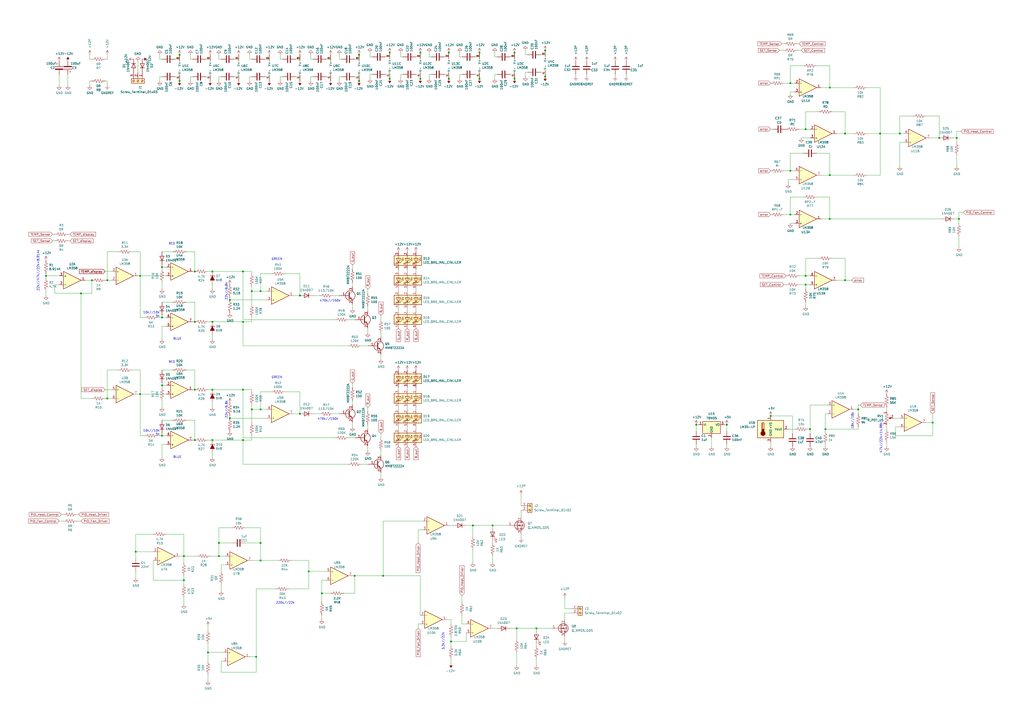
<source format=kicad_sch>
(kicad_sch (version 20211123) (generator eeschema)
  (paper "A2")
  (lib_symbols
    (symbol "Amplifier_Operational:LM358" (pin_names (offset 0.127))
      (property "Reference" "U" (at 0 5.08 0))
      (property "Value" "LM358" (at 0 -5.08 0))
      (symbol "LM358_1_1"
        (pin output line (at 7.62 0 180) (length 2.54) (name "~") (number "1"))
        (pin input line (at -7.62 -2.54 0) (length 2.54) (name "-") (number "2"))
        (pin input line (at -7.62 2.54 0) (length 2.54) (name "+") (number "3"))
      )
      (symbol "LM358_2_1"
        (pin input line (at -7.62 2.54 0) (length 2.54) (name "+") (number "5"))
        (pin input line (at -7.62 -2.54 0) (length 2.54) (name "-") (number "6"))
        (pin output line (at 7.62 0 180) (length 2.54) (name "~") (number "7"))
      )
      (symbol "LM358_3_1"
        (pin power_in line (at -2.54 -7.62 90) (length 3.81) (name "V-") (number "4"))
        (pin power_in line (at -2.54 7.62 270) (length 3.81) (name "V+") (number "8"))
      )
    )
    (symbol "Connector:Screw_Terminal_01x02" (pin_names (offset 1.016) hide)
      (property "Reference" "J" (at 0 2.54 0))
      (property "Value" "Screw_Terminal_01x02" (at 0 -5.08 0))
      (symbol "Screw_Terminal_01x02_1_1"
        (pin passive line (at -5.08 0 0) (length 3.81) (name "Pin_1") (number "1"))
        (pin passive line (at -5.08 -2.54 0) (length 3.81) (name "Pin_2") (number "2"))
      )
    )
    (symbol "Connector:Screw_Terminal_01x03" (pin_names (offset 1.016) hide)
      (property "Reference" "J" (at 0 5.08 0))
      (property "Value" "Screw_Terminal_01x03" (at 0 -5.08 0))
      (symbol "Screw_Terminal_01x03_1_1"
        (pin passive line (at -5.08 2.54 0) (length 3.81) (name "Pin_1") (number "1"))
        (pin passive line (at -5.08 0 0) (length 3.81) (name "Pin_2") (number "2"))
        (pin passive line (at -5.08 -2.54 0) (length 3.81) (name "Pin_3") (number "3"))
      )
    )
    (symbol "Device:C" (pin_numbers hide) (pin_names (offset 0.254))
      (property "Reference" "C" (at 0.635 2.54 0))
      (property "Value" "C" (at 0.635 -2.54 0))
      (symbol "C_1_1"
        (pin passive line (at 0 3.81 270) (length 2.794) (name "~") (number "1"))
        (pin passive line (at 0 -3.81 90) (length 2.794) (name "~") (number "2"))
      )
    )
    (symbol "Device:CP" (pin_numbers hide) (pin_names (offset 0.254))
      (property "Reference" "C" (at 0.635 2.54 0))
      (property "Value" "Device_CP" (at 0.635 -2.54 0))
      (symbol "CP_1_1"
        (pin passive line (at 0 3.81 270) (length 2.794) (name "~") (number "1"))
        (pin passive line (at 0 -3.81 90) (length 2.794) (name "~") (number "2"))
      )
    )
    (symbol "Device:D_Zener_ALT" (pin_numbers hide) (pin_names (offset 1.016) hide)
      (property "Reference" "D" (at 0 2.54 0))
      (property "Value" "Device_D_Zener_ALT" (at 0 -2.54 0))
      (symbol "D_Zener_ALT_1_1"
        (pin passive line (at -3.81 0 0) (length 2.54) (name "K") (number "1"))
        (pin passive line (at 3.81 0 180) (length 2.54) (name "A") (number "2"))
      )
    )
    (symbol "Device:LED" (pin_numbers hide) (pin_names (offset 1.016) hide)
      (property "Reference" "D" (at 0 2.54 0))
      (property "Value" "LED" (at 0 -2.54 0))
      (symbol "LED_1_1"
        (pin passive line (at -3.81 0 0) (length 2.54) (name "K") (number "1"))
        (pin passive line (at 3.81 0 180) (length 2.54) (name "A") (number "2"))
      )
    )
    (symbol "Device:Q_NMOS_GDS" (pin_names (offset 0) hide)
      (property "Reference" "Q" (at 5.08 1.27 0))
      (property "Value" "Q_NMOS_GDS" (at 5.08 -1.27 0))
      (symbol "Q_NMOS_GDS_1_1"
        (pin input line (at -5.08 0 0) (length 2.54) (name "G") (number "1"))
        (pin passive line (at 2.54 5.08 270) (length 2.54) (name "D") (number "2"))
        (pin passive line (at 2.54 -5.08 90) (length 2.54) (name "S") (number "3"))
      )
    )
    (symbol "Device:R_POT_US" (pin_names (offset 1.016) hide)
      (property "Reference" "RV" (at -4.445 0 90))
      (property "Value" "Device_R_POT_US" (at -2.54 0 90))
      (symbol "R_POT_US_1_1"
        (pin passive line (at 0 3.81 270) (length 1.27) (name "1") (number "1"))
        (pin passive line (at 3.81 0 180) (length 1.27) (name "2") (number "2"))
        (pin passive line (at 0 -3.81 90) (length 1.27) (name "3") (number "3"))
      )
    )
    (symbol "Device:R_US" (pin_numbers hide) (pin_names (offset 0))
      (property "Reference" "R" (at 2.54 0 90))
      (property "Value" "R_US" (at -2.54 0 90))
      (symbol "R_US_1_1"
        (pin passive line (at 0 3.81 270) (length 1.27) (name "~") (number "1"))
        (pin passive line (at 0 -3.81 90) (length 1.27) (name "~") (number "2"))
      )
    )
    (symbol "Diode:1N4007" (pin_numbers hide) (pin_names (offset 1.016) hide)
      (property "Reference" "D" (at 0 2.54 0))
      (property "Value" "1N4007" (at 0 -2.54 0))
      (symbol "1N4007_1_1"
        (pin passive line (at -3.81 0 0) (length 2.54) (name "K") (number "1"))
        (pin passive line (at 3.81 0 180) (length 2.54) (name "A") (number "2"))
      )
    )
    (symbol "LED_CHINESE:LED_BRG_MAL_CINLILER" (pin_names (offset 0) hide)
      (property "Reference" "D" (at 0 9.398 0))
      (property "Value" "LED_CHINESE_LED_BRG_MAL_CINLILER" (at 0 -8.89 0))
      (symbol "LED_BRG_MAL_CINLILER_0_0"
        (text "B" (at 1.905 3.81 0) (effects (font (size 1.27 1.27))))
        (text "G" (at 1.905 -6.35 0) (effects (font (size 1.27 1.27))))
        (text "R" (at 1.905 -1.27 0) (effects (font (size 1.27 1.27))))
      )
      (symbol "LED_BRG_MAL_CINLILER_1_1"
        (pin passive line (at -5.08 5.08 0) (length 2.54) (name "RK") (number "1"))
        (pin passive line (at -5.08 0 0) (length 2.54) (name "GK") (number "2"))
        (pin passive line (at -5.08 -5.08 0) (length 2.54) (name "BK") (number "3"))
        (pin passive line (at 5.08 -5.08 180) (length 2.54) (name "BA") (number "4"))
        (pin passive line (at 5.08 0 180) (length 2.54) (name "GA") (number "5"))
        (pin passive line (at 5.08 5.08 180) (length 2.54) (name "RA") (number "6"))
      )
    )
    (symbol "MMBT2222A:MMBT2222A" (pin_names (offset 0) hide)
      (property "Reference" "Q" (at 5.08 1.905 0))
      (property "Value" "MMBT2222A_MMBT2222A" (at 5.08 0 0))
      (symbol "MMBT2222A_1_1"
        (pin input line (at -5.08 0 0) (length 5.08) (name "B") (number "1"))
        (pin passive line (at 2.54 -5.08 90) (length 2.54) (name "E") (number "2"))
        (pin passive line (at 2.54 5.08 270) (length 2.54) (name "C") (number "3"))
      )
    )
    (symbol "Regulator_Linear:LM78M05_TO252" (pin_names (offset 0.254))
      (property "Reference" "U" (at -3.81 3.175 0))
      (property "Value" "LM78M05_TO252" (at 0 3.175 0))
      (symbol "LM78M05_TO252_1_1"
        (pin power_in line (at -7.62 0 0) (length 2.54) (name "VI") (number "1"))
        (pin power_in line (at 0 -7.62 90) (length 2.54) (name "GND") (number "2"))
        (pin power_out line (at 7.62 0 180) (length 2.54) (name "VO") (number "3"))
      )
    )
    (symbol "Sensor_Temperature:LM35-LP" (pin_names (offset 1.016))
      (property "Reference" "U" (at -6.35 6.35 0))
      (property "Value" "LM35-LP" (at 1.27 6.35 0))
      (symbol "LM35-LP_1_1"
        (pin power_in line (at 0 7.62 270) (length 2.54) (name "+VS") (number "1"))
        (pin output line (at 10.16 0 180) (length 2.54) (name "Vout") (number "2"))
        (pin power_in line (at 0 -7.62 90) (length 2.54) (name "GND") (number "3"))
      )
    )
    (symbol "power:+12P" (power) (pin_names (offset 0))
      (property "Value" "+12P" (at 0 3.556 0))
      (symbol "+12P_1_1"
        (pin power_in line (at 0 0 90) (length 0) hide (name "+12P") (number "1"))
      )
    )
    (symbol "power:+12V" (power) (pin_names (offset 0))
      (property "Value" "+12V" (at 0 3.556 0))
      (symbol "+12V_1_1"
        (pin power_in line (at 0 0 90) (length 0) hide (name "+12V") (number "1"))
      )
    )
    (symbol "power:+5V" (power) (pin_names (offset 0))
      (property "Value" "+5V" (at 0 3.556 0))
      (symbol "+5V_1_1"
        (pin power_in line (at 0 0 90) (length 0) hide (name "+5V") (number "1"))
      )
    )
    (symbol "power:-12V" (power) (pin_names (offset 0))
      (property "Value" "-12V" (at 0 3.81 0))
      (symbol "-12V_0_0"
        (pin power_in line (at 0 0 90) (length 0) hide (name "-12V") (number "1"))
      )
    )
    (symbol "power:GND" (power) (pin_names (offset 0))
      (property "Value" "GND" (at 0 -3.81 0))
      (symbol "GND_1_1"
        (pin power_in line (at 0 0 270) (length 0) hide (name "GND") (number "1"))
      )
    )
    (symbol "power:GNDREF" (power) (pin_names (offset 0))
      (property "Value" "GNDREF" (at 0 -3.81 0))
      (symbol "GNDREF_1_1"
        (pin power_in line (at 0 0 270) (length 0) hide (name "GNDREF") (number "1"))
      )
    )
  )
  (junction (at 62.23 231.14))
  (junction (at 278.13 45.72))
  (junction (at 458.47 48.26))
  (junction (at 123.19 186.69))
  (junction (at 226.06 45.72))
  (junction (at 298.45 45.72))
  (junction (at 81.28 228.6))
  (junction (at 490.22 162.56))
  (junction (at 123.19 255.27))
  (junction (at 222.25 334.01))
  (junction (at 78.74 320.04))
  (junction (at 93.98 154.94))
  (junction (at 140.97 255.27))
  (junction (at 140.97 157.48))
  (junction (at 260.35 45.72))
  (junction (at 104.14 46.99))
  (junction (at 113.03 186.69))
  (junction (at 46.99 170.18))
  (junction (at 186.69 344.17))
  (junction (at 113.03 226.06))
  (junction (at 113.03 255.27))
  (junction (at 510.54 77.47))
  (junction (at 447.04 241.3))
  (junction (at 298.45 30.48))
  (junction (at 421.64 246.38))
  (junction (at 106.68 336.55))
  (junction (at 481.33 127))
  (junction (at 26.67 160.02))
  (junction (at 81.28 160.02))
  (junction (at 133.35 173.99))
  (junction (at 243.84 45.72))
  (junction (at 127 322.58))
  (junction (at 285.75 304.8))
  (junction (at 106.68 322.58))
  (junction (at 467.36 165.1))
  (junction (at 93.98 184.15))
  (junction (at 316.23 44.45))
  (junction (at 497.84 237.49))
  (junction (at 490.22 77.47))
  (junction (at 133.35 242.57))
  (junction (at 311.15 364.49))
  (junction (at 541.02 245.11))
  (junction (at 208.28 46.99))
  (junction (at 299.72 364.49))
  (junction (at 173.99 171.45))
  (junction (at 140.97 226.06))
  (junction (at 403.86 246.38))
  (junction (at 261.62 372.11))
  (junction (at 146.05 168.91))
  (junction (at 93.98 223.52))
  (junction (at 467.36 74.93))
  (junction (at 556.26 127))
  (junction (at 481.33 101.6))
  (junction (at 469.9 248.92))
  (junction (at 481.33 50.8))
  (junction (at 127 314.96))
  (junction (at 148.59 381))
  (junction (at 260.35 30.48))
  (junction (at 104.14 31.75))
  (junction (at 226.06 30.48))
  (junction (at 151.13 168.91))
  (junction (at 243.84 30.48))
  (junction (at 544.83 80.01))
  (junction (at 151.13 325.12))
  (junction (at 146.05 237.49))
  (junction (at 120.65 378.46))
  (junction (at 458.47 124.46))
  (junction (at 274.32 304.8))
  (junction (at 478.79 248.92))
  (junction (at 123.19 157.48))
  (junction (at 205.74 334.01))
  (junction (at 173.99 240.03))
  (junction (at 316.23 29.21))
  (junction (at 467.36 160.02))
  (junction (at 93.98 252.73))
  (junction (at 521.97 77.47))
  (junction (at 53.34 162.56))
  (junction (at 278.13 30.48))
  (junction (at 140.97 186.69))
  (junction (at 554.99 80.01))
  (junction (at 151.13 237.49))
  (junction (at 458.47 99.06))
  (junction (at 151.13 314.96))
  (junction (at 123.19 226.06))
  (junction (at 179.07 331.47))
  (junction (at 208.28 31.75))
  (junction (at 62.23 162.56))
  (junction (at 113.03 157.48))
  (wire (pts (xy 30.48 139.7) (xy 31.75 139.7)))
  (wire (pts (xy 120.65 391.16) (xy 120.65 394.97)))
  (wire (pts (xy 52.07 49.53) (xy 52.07 46.99)))
  (wire (pts (xy 62.23 31.75) (xy 62.23 34.29)))
  (wire (pts (xy 260.35 33.02) (xy 260.35 30.48)))
  (wire (pts (xy 521.97 82.55) (xy 524.51 82.55)))
  (wire (pts (xy 168.91 325.12) (xy 179.07 325.12)))
  (wire (pts (xy 127 314.96) (xy 134.62 314.96)))
  (wire (pts (xy 133.35 242.57) (xy 133.35 241.3)))
  (wire (pts (xy 78.74 323.85) (xy 78.74 320.04)))
  (wire (pts (xy 104.14 34.29) (xy 104.14 31.75)))
  (wire (pts (xy 213.36 248.92) (xy 213.36 246.38)))
  (wire (pts (xy 151.13 314.96) (xy 151.13 325.12)))
  (wire (pts (xy 266.7 33.02) (xy 267.97 33.02)))
  (wire (pts (xy 91.44 184.15) (xy 93.98 184.15)))
  (wire (pts (xy 151.13 237.49) (xy 154.94 237.49)))
  (wire (pts (xy 146.05 255.27) (xy 146.05 252.73)))
  (wire (pts (xy 311.15 382.27) (xy 311.15 386.08)))
  (wire (pts (xy 148.59 381) (xy 148.59 341.63)))
  (wire (pts (xy 154.94 242.57) (xy 133.35 242.57)))
  (wire (pts (xy 140.97 185.42) (xy 194.31 185.42)))
  (wire (pts (xy 537.21 67.31) (xy 544.83 67.31)))
  (wire (pts (xy 123.19 186.69) (xy 140.97 186.69)))
  (wire (pts (xy 473.71 114.3) (xy 481.33 114.3)))
  (wire (pts (xy 454.66 99.06) (xy 458.47 99.06)))
  (wire (pts (xy 478.79 240.03) (xy 478.79 248.92)))
  (wire (pts (xy 278.13 43.18) (xy 275.59 43.18)))
  (wire (pts (xy 93.98 223.52) (xy 96.52 223.52)))
  (wire (pts (xy 458.47 54.61) (xy 458.47 53.34)))
  (wire (pts (xy 81.28 160.02) (xy 96.52 160.02)))
  (wire (pts (xy 93.98 252.73) (xy 96.52 252.73)))
  (wire (pts (xy 76.2 214.63) (xy 81.28 214.63)))
  (wire (pts (xy 205.74 334.01) (xy 222.25 334.01)))
  (wire (pts (xy 220.98 264.16) (xy 220.98 261.62)))
  (wire (pts (xy 514.35 259.08) (xy 514.35 256.54)))
  (wire (pts (xy 154.94 173.99) (xy 133.35 173.99)))
  (wire (pts (xy 204.47 166.37) (xy 204.47 163.83)))
  (wire (pts (xy 120.65 378.46) (xy 120.65 383.54)))
  (wire (pts (xy 557.53 76.2) (xy 554.99 76.2)))
  (wire (pts (xy 242.57 361.95) (xy 243.84 361.95)))
  (wire (pts (xy 231.14 236.22) (xy 231.14 237.49)))
  (wire (pts (xy 128.27 383.54) (xy 129.54 383.54)))
  (wire (pts (xy 140.97 200.66) (xy 140.97 186.69)))
  (wire (pts (xy 469.9 248.92) (xy 469.9 234.95)))
  (wire (pts (xy 39.37 135.89) (xy 40.64 135.89)))
  (wire (pts (xy 199.39 344.17) (xy 205.74 344.17)))
  (wire (pts (xy 485.14 162.56) (xy 490.22 162.56)))
  (wire (pts (xy 81.28 146.05) (xy 81.28 160.02)))
  (wire (pts (xy 481.33 127) (xy 546.1 127)))
  (wire (pts (xy 458.47 99.06) (xy 461.01 99.06)))
  (wire (pts (xy 458.47 38.1) (xy 466.09 38.1)))
  (wire (pts (xy 209.55 200.66) (xy 213.36 200.66)))
  (wire (pts (xy 173.99 240.03) (xy 170.18 240.03)))
  (wire (pts (xy 138.43 34.29) (xy 138.43 31.75)))
  (wire (pts (xy 26.67 171.45) (xy 26.67 168.91)))
  (wire (pts (xy 106.68 309.88) (xy 106.68 322.58)))
  (wire (pts (xy 151.13 306.07) (xy 151.13 314.96)))
  (wire (pts (xy 261.62 372.11) (xy 261.62 374.65)))
  (wire (pts (xy 128.27 327.66) (xy 128.27 331.47)))
  (wire (pts (xy 127 46.99) (xy 127 44.45)))
  (wire (pts (xy 302.26 287.02) (xy 302.26 293.37)))
  (wire (pts (xy 81.28 228.6) (xy 80.01 228.6)))
  (wire (pts (xy 226.06 43.18) (xy 223.52 43.18)))
  (wire (pts (xy 236.22 167.64) (xy 236.22 168.91)))
  (wire (pts (xy 144.78 44.45) (xy 146.05 44.45)))
  (wire (pts (xy 458.47 124.46) (xy 461.01 124.46)))
  (wire (pts (xy 226.06 33.02) (xy 226.06 30.48)))
  (wire (pts (xy 467.36 149.86) (xy 474.98 149.86)))
  (wire (pts (xy 454.66 165.1) (xy 455.93 165.1)))
  (wire (pts (xy 236.22 236.22) (xy 236.22 237.49)))
  (wire (pts (xy 92.71 34.29) (xy 93.98 34.29)))
  (wire (pts (xy 181.61 240.03) (xy 185.42 240.03)))
  (wire (pts (xy 467.36 167.64) (xy 467.36 165.1)))
  (wire (pts (xy 270.51 361.95) (xy 267.97 361.95)))
  (wire (pts (xy 518.16 242.57) (xy 521.97 242.57)))
  (wire (pts (xy 107.95 243.84) (xy 113.03 243.84)))
  (wire (pts (xy 261.62 382.27) (xy 261.62 384.81)))
  (wire (pts (xy 80.01 35.56) (xy 80.01 41.91)))
  (wire (pts (xy 259.08 359.41) (xy 261.62 359.41)))
  (wire (pts (xy 44.45 302.26) (xy 46.99 302.26)))
  (wire (pts (xy 113.03 214.63) (xy 113.03 226.06)))
  (wire (pts (xy 519.43 247.65) (xy 519.43 252.73)))
  (wire (pts (xy 476.25 50.8) (xy 481.33 50.8)))
  (wire (pts (xy 92.71 44.45) (xy 93.98 44.45)))
  (wire (pts (xy 285.75 304.8) (xy 285.75 306.07)))
  (wire (pts (xy 467.36 64.77) (xy 474.98 64.77)))
  (wire (pts (xy 469.9 248.92) (xy 469.9 251.46)))
  (wire (pts (xy 521.97 82.55) (xy 521.97 96.52)))
  (wire (pts (xy 285.75 322.58) (xy 285.75 326.39)))
  (wire (pts (xy 62.23 34.29) (xy 60.96 34.29)))
  (wire (pts (xy 556.26 137.16) (xy 556.26 143.51)))
  (wire (pts (xy 457.2 248.92) (xy 461.01 248.92)))
  (wire (pts (xy 236.22 247.65) (xy 236.22 248.92)))
  (wire (pts (xy 62.23 146.05) (xy 62.23 162.56)))
  (wire (pts (xy 241.3 247.65) (xy 241.3 248.92)))
  (wire (pts (xy 121.92 44.45) (xy 119.38 44.45)))
  (wire (pts (xy 421.64 246.38) (xy 420.37 246.38)))
  (wire (pts (xy 302.26 309.88) (xy 302.26 312.42)))
  (wire (pts (xy 521.97 67.31) (xy 529.59 67.31)))
  (wire (pts (xy 461.01 53.34) (xy 458.47 53.34)))
  (wire (pts (xy 140.97 200.66) (xy 201.93 200.66)))
  (wire (pts (xy 213.36 259.08) (xy 213.36 261.62)))
  (wire (pts (xy 123.19 233.68) (xy 123.19 236.22)))
  (wire (pts (xy 220.98 251.46) (xy 220.98 254)))
  (wire (pts (xy 514.35 238.76) (xy 514.35 236.22)))
  (wire (pts (xy 248.92 45.72) (xy 248.92 43.18)))
  (wire (pts (xy 232.41 45.72) (xy 232.41 43.18)))
  (wire (pts (xy 68.58 146.05) (xy 62.23 146.05)))
  (wire (pts (xy 363.22 44.45) (xy 363.22 43.18)))
  (wire (pts (xy 121.92 322.58) (xy 127 322.58)))
  (wire (pts (xy 196.85 46.99) (xy 196.85 44.45)))
  (wire (pts (xy 204.47 176.53) (xy 204.47 179.07)))
  (wire (pts (xy 241.3 224.79) (xy 241.3 226.06)))
  (wire (pts (xy 123.19 262.89) (xy 123.19 265.43)))
  (wire (pts (xy 138.43 44.45) (xy 138.43 46.99)))
  (wire (pts (xy 60.96 226.06) (xy 64.77 226.06)))
  (wire (pts (xy 204.47 222.25) (xy 204.47 224.79)))
  (wire (pts (xy 476.25 101.6) (xy 481.33 101.6)))
  (wire (pts (xy 558.8 123.19) (xy 556.26 123.19)))
  (wire (pts (xy 93.98 222.25) (xy 93.98 223.52)))
  (wire (pts (xy 78.74 320.04) (xy 78.74 309.88)))
  (wire (pts (xy 459.74 241.3) (xy 447.04 241.3)))
  (wire (pts (xy 403.86 246.38) (xy 405.13 246.38)))
  (wire (pts (xy 100.33 146.05) (xy 93.98 146.05)))
  (wire (pts (xy 304.8 41.91) (xy 306.07 41.91)))
  (wire (pts (xy 181.61 171.45) (xy 185.42 171.45)))
  (wire (pts (xy 81.28 160.02) (xy 81.28 184.15)))
  (wire (pts (xy 248.92 33.02) (xy 250.19 33.02)))
  (wire (pts (xy 110.49 34.29) (xy 111.76 34.29)))
  (wire (pts (xy 481.33 88.9) (xy 481.33 101.6)))
  (wire (pts (xy 123.19 157.48) (xy 140.97 157.48)))
  (wire (pts (xy 113.03 243.84) (xy 113.03 255.27)))
  (wire (pts (xy 68.58 214.63) (xy 62.23 214.63)))
  (wire (pts (xy 285.75 304.8) (xy 294.64 304.8)))
  (wire (pts (xy 146.05 168.91) (xy 146.05 176.53)))
  (wire (pts (xy 93.98 189.23) (xy 96.52 189.23)))
  (wire (pts (xy 92.71 31.75) (xy 92.71 34.29)))
  (wire (pts (xy 179.07 325.12) (xy 179.07 331.47)))
  (wire (pts (xy 287.02 33.02) (xy 288.29 33.02)))
  (wire (pts (xy 327.66 355.6) (xy 327.66 359.41)))
  (wire (pts (xy 260.35 43.18) (xy 257.81 43.18)))
  (wire (pts (xy 148.59 381) (xy 144.78 381)))
  (wire (pts (xy 299.72 378.46) (xy 299.72 386.08)))
  (wire (pts (xy 421.64 250.19) (xy 421.64 246.38)))
  (wire (pts (xy 295.91 364.49) (xy 299.72 364.49)))
  (wire (pts (xy 34.29 43.18) (xy 34.29 49.53)))
  (wire (pts (xy 144.78 46.99) (xy 144.78 44.45)))
  (wire (pts (xy 275.59 33.02) (xy 278.13 33.02)))
  (wire (pts (xy 78.74 320.04) (xy 88.9 320.04)))
  (wire (pts (xy 287.02 43.18) (xy 288.29 43.18)))
  (wire (pts (xy 162.56 44.45) (xy 163.83 44.45)))
  (wire (pts (xy 140.97 255.27) (xy 146.05 255.27)))
  (wire (pts (xy 554.99 80.01) (xy 554.99 82.55)))
  (wire (pts (xy 60.96 231.14) (xy 62.23 231.14)))
  (wire (pts (xy 454.66 48.26) (xy 458.47 48.26)))
  (wire (pts (xy 53.34 34.29) (xy 52.07 34.29)))
  (wire (pts (xy 104.14 322.58) (xy 106.68 322.58)))
  (wire (pts (xy 52.07 46.99) (xy 53.34 46.99)))
  (wire (pts (xy 220.98 205.74) (xy 220.98 208.28)))
  (wire (pts (xy 53.34 231.14) (xy 46.99 231.14)))
  (wire (pts (xy 128.27 389.89) (xy 148.59 389.89)))
  (wire (pts (xy 463.55 165.1) (xy 467.36 165.1)))
  (wire (pts (xy 93.98 251.46) (xy 93.98 252.73)))
  (wire (pts (xy 123.19 226.06) (xy 140.97 226.06)))
  (wire (pts (xy 458.47 88.9) (xy 466.09 88.9)))
  (wire (pts (xy 267.97 345.44) (xy 267.97 349.25)))
  (wire (pts (xy 220.98 182.88) (xy 220.98 185.42)))
  (wire (pts (xy 93.98 257.81) (xy 93.98 265.43)))
  (wire (pts (xy 144.78 34.29) (xy 146.05 34.29)))
  (wire (pts (xy 146.05 227.33) (xy 146.05 226.06)))
  (wire (pts (xy 113.03 175.26) (xy 113.03 186.69)))
  (wire (pts (xy 205.74 34.29) (xy 208.28 34.29)))
  (wire (pts (xy 140.97 186.69) (xy 146.05 186.69)))
  (wire (pts (xy 93.98 163.83) (xy 93.98 167.64)))
  (wire (pts (xy 140.97 157.48) (xy 146.05 157.48)))
  (wire (pts (xy 311.15 364.49) (xy 320.04 364.49)))
  (wire (pts (xy 463.55 74.93) (xy 467.36 74.93)))
  (wire (pts (xy 165.1 227.33) (xy 173.99 227.33)))
  (wire (pts (xy 193.04 240.03) (xy 196.85 240.03)))
  (wire (pts (xy 285.75 364.49) (xy 288.29 364.49)))
  (wire (pts (xy 146.05 166.37) (xy 146.05 168.91)))
  (wire (pts (xy 128.27 339.09) (xy 128.27 342.9)))
  (wire (pts (xy 497.84 247.65) (xy 497.84 248.92)))
  (wire (pts (xy 490.22 64.77) (xy 490.22 77.47)))
  (wire (pts (xy 146.05 234.95) (xy 146.05 237.49)))
  (wire (pts (xy 204.47 234.95) (xy 204.47 232.41)))
  (wire (pts (xy 196.85 31.75) (xy 196.85 34.29)))
  (wire (pts (xy 467.36 160.02) (xy 469.9 160.02)))
  (wire (pts (xy 478.79 257.81) (xy 478.79 259.08)))
  (wire (pts (xy 106.68 334.01) (xy 106.68 336.55)))
  (wire (pts (xy 521.97 77.47) (xy 524.51 77.47)))
  (wire (pts (xy 173.99 44.45) (xy 171.45 44.45)))
  (wire (pts (xy 457.2 104.14) (xy 461.01 104.14)))
  (wire (pts (xy 490.22 77.47) (xy 495.3 77.47)))
  (wire (pts (xy 104.14 44.45) (xy 101.6 44.45)))
  (wire (pts (xy 110.49 46.99) (xy 110.49 44.45)))
  (wire (pts (xy 196.85 34.29) (xy 198.12 34.29)))
  (wire (pts (xy 223.52 33.02) (xy 226.06 33.02)))
  (wire (pts (xy 120.65 157.48) (xy 123.19 157.48)))
  (wire (pts (xy 260.35 304.8) (xy 262.89 304.8)))
  (wire (pts (xy 209.55 269.24) (xy 213.36 269.24)))
  (wire (pts (xy 26.67 158.75) (xy 26.67 160.02)))
  (wire (pts (xy 298.45 43.18) (xy 295.91 43.18)))
  (wire (pts (xy 469.9 80.01) (xy 464.82 80.01)))
  (wire (pts (xy 46.99 170.18) (xy 53.34 170.18)))
  (wire (pts (xy 146.05 237.49) (xy 146.05 245.11)))
  (wire (pts (xy 556.26 127) (xy 556.26 129.54)))
  (wire (pts (xy 295.91 33.02) (xy 298.45 33.02)))
  (wire (pts (xy 287.02 45.72) (xy 287.02 43.18)))
  (wire (pts (xy 220.98 274.32) (xy 220.98 276.86)))
  (wire (pts (xy 83.82 184.15) (xy 81.28 184.15)))
  (wire (pts (xy 83.82 252.73) (xy 81.28 252.73)))
  (wire (pts (xy 110.49 44.45) (xy 111.76 44.45)))
  (wire (pts (xy 100.33 243.84) (xy 93.98 243.84)))
  (wire (pts (xy 458.47 48.26) (xy 461.01 48.26)))
  (wire (pts (xy 146.05 158.75) (xy 146.05 157.48)))
  (wire (pts (xy 81.28 228.6) (xy 96.52 228.6)))
  (wire (pts (xy 93.98 154.94) (xy 96.52 154.94)))
  (wire (pts (xy 93.98 189.23) (xy 93.98 196.85)))
  (wire (pts (xy 458.47 114.3) (xy 466.09 114.3)))
  (wire (pts (xy 186.69 344.17) (xy 191.77 344.17)))
  (wire (pts (xy 208.28 34.29) (xy 208.28 31.75)))
  (wire (pts (xy 403.86 250.19) (xy 403.86 246.38)))
  (wire (pts (xy 248.92 30.48) (xy 248.92 33.02)))
  (wire (pts (xy 60.96 157.48) (xy 64.77 157.48)))
  (wire (pts (xy 243.84 33.02) (xy 243.84 30.48)))
  (wire (pts (xy 93.98 257.81) (xy 96.52 257.81)))
  (wire (pts (xy 201.93 254) (xy 205.74 254)))
  (wire (pts (xy 327.66 369.57) (xy 327.66 372.11)))
  (wire (pts (xy 478.79 248.92) (xy 478.79 250.19)))
  (wire (pts (xy 469.9 234.95) (xy 480.06 234.95)))
  (wire (pts (xy 222.25 302.26) (xy 245.11 302.26)))
  (wire (pts (xy 180.34 44.45) (xy 181.61 44.45)))
  (wire (pts (xy 270.51 304.8) (xy 274.32 304.8)))
  (wire (pts (xy 278.13 33.02) (xy 278.13 30.48)))
  (wire (pts (xy 110.49 31.75) (xy 110.49 34.29)))
  (wire (pts (xy 179.07 331.47) (xy 179.07 341.63)))
  (wire (pts (xy 299.72 364.49) (xy 299.72 370.84)))
  (wire (pts (xy 334.01 44.45) (xy 334.01 43.18)))
  (wire (pts (xy 167.64 341.63) (xy 179.07 341.63)))
  (wire (pts (xy 113.03 146.05) (xy 113.03 157.48)))
  (wire (pts (xy 144.78 31.75) (xy 144.78 34.29)))
  (wire (pts (xy 448.31 74.93) (xy 447.04 74.93)))
  (wire (pts (xy 316.23 41.91) (xy 313.69 41.91)))
  (wire (pts (xy 473.71 88.9) (xy 481.33 88.9)))
  (wire (pts (xy 140.97 269.24) (xy 140.97 255.27)))
  (wire (pts (xy 128.27 383.54) (xy 128.27 389.89)))
  (wire (pts (xy 274.32 304.8) (xy 274.32 311.15)))
  (wire (pts (xy 304.8 44.45) (xy 304.8 41.91)))
  (wire (pts (xy 453.39 25.4) (xy 454.66 25.4)))
  (wire (pts (xy 107.95 175.26) (xy 113.03 175.26)))
  (wire (pts (xy 113.03 255.27) (xy 111.76 255.27)))
  (wire (pts (xy 274.32 318.77) (xy 274.32 326.39)))
  (wire (pts (xy 236.22 179.07) (xy 236.22 180.34)))
  (wire (pts (xy 180.34 31.75) (xy 180.34 34.29)))
  (wire (pts (xy 106.68 322.58) (xy 114.3 322.58)))
  (wire (pts (xy 231.14 167.64) (xy 231.14 168.91)))
  (wire (pts (xy 34.29 165.1) (xy 31.75 165.1)))
  (wire (pts (xy 541.02 240.03) (xy 541.02 245.11)))
  (wire (pts (xy 481.33 38.1) (xy 481.33 50.8)))
  (wire (pts (xy 93.98 232.41) (xy 93.98 236.22)))
  (wire (pts (xy 186.69 344.17) (xy 186.69 349.25)))
  (wire (pts (xy 123.19 165.1) (xy 123.19 167.64)))
  (wire (pts (xy 241.3 236.22) (xy 241.3 237.49)))
  (wire (pts (xy 463.55 160.02) (xy 467.36 160.02)))
  (wire (pts (xy 93.98 156.21) (xy 93.98 154.94)))
  (wire (pts (xy 100.33 175.26) (xy 93.98 175.26)))
  (wire (pts (xy 481.33 50.8) (xy 495.3 50.8)))
  (wire (pts (xy 204.47 334.01) (xy 205.74 334.01)))
  (wire (pts (xy 93.98 184.15) (xy 96.52 184.15)))
  (wire (pts (xy 241.3 167.64) (xy 241.3 168.91)))
  (wire (pts (xy 497.84 237.49) (xy 497.84 240.03)))
  (wire (pts (xy 298.45 33.02) (xy 298.45 30.48)))
  (wire (pts (xy 156.21 44.45) (xy 153.67 44.45)))
  (wire (pts (xy 92.71 46.99) (xy 92.71 44.45)))
  (wire (pts (xy 189.23 336.55) (xy 186.69 336.55)))
  (wire (pts (xy 140.97 226.06) (xy 146.05 226.06)))
  (wire (pts (xy 421.64 259.08) (xy 421.64 257.81)))
  (wire (pts (xy 213.36 190.5) (xy 213.36 193.04)))
  (wire (pts (xy 552.45 80.01) (xy 554.99 80.01)))
  (wire (pts (xy 220.98 195.58) (xy 220.98 193.04)))
  (wire (pts (xy 39.37 43.18) (xy 39.37 49.53)))
  (wire (pts (xy 311.15 373.38) (xy 311.15 374.65)))
  (wire (pts (xy 62.23 46.99) (xy 62.23 49.53)))
  (wire (pts (xy 31.75 165.1) (xy 31.75 170.18)))
  (wire (pts (xy 480.06 240.03) (xy 478.79 240.03)))
  (wire (pts (xy 88.9 325.12) (xy 88.9 336.55)))
  (wire (pts (xy 274.32 304.8) (xy 285.75 304.8)))
  (wire (pts (xy 248.92 43.18) (xy 250.19 43.18)))
  (wire (pts (xy 266.7 45.72) (xy 266.7 43.18)))
  (wire (pts (xy 468.63 248.92) (xy 469.9 248.92)))
  (wire (pts (xy 490.22 162.56) (xy 494.03 162.56)))
  (wire (pts (xy 490.22 149.86) (xy 490.22 162.56)))
  (wire (pts (xy 403.86 257.81) (xy 403.86 259.08)))
  (wire (pts (xy 232.41 43.18) (xy 233.68 43.18)))
  (wire (pts (xy 278.13 43.18) (xy 278.13 45.72)))
  (wire (pts (xy 30.48 135.89) (xy 31.75 135.89)))
  (wire (pts (xy 173.99 158.75) (xy 173.99 171.45)))
  (wire (pts (xy 356.87 44.45) (xy 356.87 43.18)))
  (wire (pts (xy 121.92 44.45) (xy 121.92 46.99)))
  (wire (pts (xy 539.75 80.01) (xy 544.83 80.01)))
  (wire (pts (xy 510.54 77.47) (xy 510.54 50.8)))
  (wire (pts (xy 241.3 33.02) (xy 243.84 33.02)))
  (wire (pts (xy 196.85 44.45) (xy 198.12 44.45)))
  (wire (pts (xy 127 306.07) (xy 127 314.96)))
  (wire (pts (xy 156.21 34.29) (xy 156.21 31.75)))
  (wire (pts (xy 130.81 327.66) (xy 128.27 327.66)))
  (wire (pts (xy 541.02 245.11) (xy 537.21 245.11)))
  (wire (pts (xy 454.66 124.46) (xy 458.47 124.46)))
  (wire (pts (xy 457.2 106.68) (xy 457.2 104.14)))
  (wire (pts (xy 148.59 341.63) (xy 160.02 341.63)))
  (wire (pts (xy 106.68 336.55) (xy 88.9 336.55)))
  (wire (pts (xy 93.98 182.88) (xy 93.98 184.15)))
  (wire (pts (xy 476.25 127) (xy 481.33 127)))
  (wire (pts (xy 186.69 356.87) (xy 186.69 359.41)))
  (wire (pts (xy 113.03 157.48) (xy 111.76 157.48)))
  (wire (pts (xy 119.38 34.29) (xy 121.92 34.29)))
  (wire (pts (xy 180.34 34.29) (xy 181.61 34.29)))
  (wire (pts (xy 173.99 44.45) (xy 173.99 46.99)))
  (wire (pts (xy 62.23 162.56) (xy 64.77 162.56)))
  (wire (pts (xy 452.12 29.21) (xy 454.66 29.21)))
  (wire (pts (xy 510.54 101.6) (xy 510.54 77.47)))
  (wire (pts (xy 467.36 74.93) (xy 467.36 64.77)))
  (wire (pts (xy 191.77 34.29) (xy 191.77 31.75)))
  (wire (pts (xy 120.65 186.69) (xy 123.19 186.69)))
  (wire (pts (xy 104.14 44.45) (xy 104.14 46.99)))
  (wire (pts (xy 266.7 43.18) (xy 267.97 43.18)))
  (wire (pts (xy 205.74 334.01) (xy 205.74 344.17)))
  (wire (pts (xy 231.14 156.21) (xy 231.14 157.48)))
  (wire (pts (xy 554.99 76.2) (xy 554.99 80.01)))
  (wire (pts (xy 120.65 226.06) (xy 123.19 226.06)))
  (wire (pts (xy 243.84 334.01) (xy 243.84 356.87)))
  (wire (pts (xy 458.47 124.46) (xy 458.47 114.3)))
  (wire (pts (xy 266.7 30.48) (xy 266.7 33.02)))
  (wire (pts (xy 331.47 353.06) (xy 327.66 353.06)))
  (wire (pts (xy 127 322.58) (xy 130.81 322.58)))
  (wire (pts (xy 173.99 227.33) (xy 173.99 240.03)))
  (wire (pts (xy 270.51 372.11) (xy 270.51 367.03)))
  (wire (pts (xy 120.65 255.27) (xy 123.19 255.27)))
  (wire (pts (xy 213.36 180.34) (xy 213.36 177.8)))
  (wire (pts (xy 257.81 33.02) (xy 260.35 33.02)))
  (wire (pts (xy 327.66 346.71) (xy 327.66 353.06)))
  (wire (pts (xy 298.45 43.18) (xy 298.45 45.72)))
  (wire (pts (xy 146.05 168.91) (xy 151.13 168.91)))
  (wire (pts (xy 26.67 160.02) (xy 34.29 160.02)))
  (wire (pts (xy 482.6 64.77) (xy 490.22 64.77)))
  (wire (pts (xy 261.62 359.41) (xy 261.62 361.95)))
  (wire (pts (xy 447.04 256.54) (xy 447.04 259.08)))
  (wire (pts (xy 140.97 269.24) (xy 201.93 269.24)))
  (wire (pts (xy 231.14 179.07) (xy 231.14 180.34)))
  (wire (pts (xy 554.99 90.17) (xy 554.99 96.52)))
  (wire (pts (xy 510.54 77.47) (xy 521.97 77.47)))
  (wire (pts (xy 171.45 34.29) (xy 173.99 34.29)))
  (wire (pts (xy 91.44 252.73) (xy 93.98 252.73)))
  (wire (pts (xy 162.56 31.75) (xy 162.56 34.29)))
  (wire (pts (xy 151.13 168.91) (xy 154.94 168.91)))
  (wire (pts (xy 467.36 165.1) (xy 469.9 165.1)))
  (wire (pts (xy 39.37 139.7) (xy 40.64 139.7)))
  (wire (pts (xy 213.36 236.22) (xy 213.36 238.76)))
  (wire (pts (xy 304.8 29.21) (xy 304.8 31.75)))
  (wire (pts (xy 81.28 228.6) (xy 81.28 252.73)))
  (wire (pts (xy 106.68 322.58) (xy 106.68 326.39)))
  (wire (pts (xy 189.23 34.29) (xy 191.77 34.29)))
  (wire (pts (xy 502.92 101.6) (xy 510.54 101.6)))
  (wire (pts (xy 556.26 123.19) (xy 556.26 127)))
  (wire (pts (xy 287.02 30.48) (xy 287.02 33.02)))
  (wire (pts (xy 236.22 156.21) (xy 236.22 157.48)))
  (wire (pts (xy 214.63 30.48) (xy 214.63 33.02)))
  (wire (pts (xy 544.83 67.31) (xy 544.83 80.01)))
  (wire (pts (xy 36.83 298.45) (xy 35.56 298.45)))
  (wire (pts (xy 193.04 171.45) (xy 196.85 171.45)))
  (wire (pts (xy 148.59 389.89) (xy 148.59 381)))
  (wire (pts (xy 100.33 214.63) (xy 93.98 214.63)))
  (wire (pts (xy 201.93 185.42) (xy 205.74 185.42)))
  (wire (pts (xy 156.21 44.45) (xy 156.21 46.99)))
  (wire (pts (xy 142.24 314.96) (xy 151.13 314.96)))
  (wire (pts (xy 140.97 226.06) (xy 140.97 254)))
  (wire (pts (xy 151.13 227.33) (xy 151.13 237.49)))
  (wire (pts (xy 146.05 237.49) (xy 151.13 237.49)))
  (wire (pts (xy 481.33 101.6) (xy 495.3 101.6)))
  (wire (pts (xy 78.74 331.47) (xy 78.74 335.28)))
  (wire (pts (xy 180.34 46.99) (xy 180.34 44.45)))
  (wire (pts (xy 412.75 254) (xy 412.75 259.08)))
  (wire (pts (xy 46.99 231.14) (xy 46.99 170.18)))
  (wire (pts (xy 231.14 224.79) (xy 231.14 226.06)))
  (wire (pts (xy 241.3 156.21) (xy 241.3 157.48)))
  (wire (pts (xy 76.2 146.05) (xy 81.28 146.05)))
  (wire (pts (xy 81.28 214.63) (xy 81.28 228.6)))
  (wire (pts (xy 461.01 129.54) (xy 458.47 129.54)))
  (wire (pts (xy 53.34 162.56) (xy 53.34 170.18)))
  (wire (pts (xy 521.97 247.65) (xy 519.43 247.65)))
  (wire (pts (xy 113.03 186.69) (xy 111.76 186.69)))
  (wire (pts (xy 467.36 160.02) (xy 467.36 149.86)))
  (wire (pts (xy 140.97 254) (xy 194.31 254)))
  (wire (pts (xy 140.97 157.48) (xy 140.97 185.42)))
  (wire (pts (xy 127 31.75) (xy 127 34.29)))
  (wire (pts (xy 96.52 309.88) (xy 106.68 309.88)))
  (wire (pts (xy 120.65 373.38) (xy 120.65 378.46)))
  (wire (pts (xy 107.95 146.05) (xy 113.03 146.05)))
  (wire (pts (xy 153.67 34.29) (xy 156.21 34.29)))
  (wire (pts (xy 241.3 179.07) (xy 241.3 180.34)))
  (wire (pts (xy 44.45 298.45) (xy 45.72 298.45)))
  (wire (pts (xy 316.23 31.75) (xy 316.23 29.21)))
  (wire (pts (xy 62.23 231.14) (xy 64.77 231.14)))
  (wire (pts (xy 162.56 34.29) (xy 163.83 34.29)))
  (wire (pts (xy 304.8 31.75) (xy 306.07 31.75)))
  (wire (pts (xy 127 34.29) (xy 128.27 34.29)))
  (wire (pts (xy 497.84 234.95) (xy 499.11 234.95)))
  (wire (pts (xy 204.47 153.67) (xy 204.47 156.21)))
  (wire (pts (xy 260.35 43.18) (xy 260.35 45.72)))
  (wire (pts (xy 243.84 43.18) (xy 241.3 43.18)))
  (wire (pts (xy 311.15 364.49) (xy 311.15 365.76)))
  (wire (pts (xy 191.77 44.45) (xy 189.23 44.45)))
  (wire (pts (xy 331.47 355.6) (xy 327.66 355.6)))
  (wire (pts (xy 231.14 247.65) (xy 231.14 248.92)))
  (wire (pts (xy 138.43 44.45) (xy 135.89 44.45)))
  (wire (pts (xy 222.25 334.01) (xy 222.25 302.26)))
  (wire (pts (xy 93.98 224.79) (xy 93.98 223.52)))
  (wire (pts (xy 53.34 162.56) (xy 49.53 162.56)))
  (wire (pts (xy 236.22 224.79) (xy 236.22 226.06)))
  (wire (pts (xy 502.92 77.47) (xy 510.54 77.47)))
  (wire (pts (xy 340.36 44.45) (xy 340.36 43.18)))
  (wire (pts (xy 243.84 43.18) (xy 243.84 45.72)))
  (wire (pts (xy 541.02 252.73) (xy 541.02 245.11)))
  (wire (pts (xy 316.23 41.91) (xy 316.23 44.45)))
  (wire (pts (xy 162.56 46.99) (xy 162.56 44.45)))
  (wire (pts (xy 208.28 44.45) (xy 205.74 44.45)))
  (wire (pts (xy 173.99 171.45) (xy 170.18 171.45)))
  (wire (pts (xy 60.96 46.99) (xy 62.23 46.99)))
  (wire (pts (xy 467.36 74.93) (xy 469.9 74.93)))
  (wire (pts (xy 261.62 372.11) (xy 270.51 372.11)))
  (wire (pts (xy 81.28 160.02) (xy 80.01 160.02)))
  (wire (pts (xy 473.71 38.1) (xy 481.33 38.1)))
  (wire (pts (xy 458.47 99.06) (xy 458.47 88.9)))
  (wire (pts (xy 191.77 44.45) (xy 191.77 46.99)))
  (wire (pts (xy 121.92 34.29) (xy 121.92 31.75)))
  (wire (pts (xy 62.23 214.63) (xy 62.23 231.14)))
  (wire (pts (xy 135.89 34.29) (xy 138.43 34.29)))
  (wire (pts (xy 458.47 48.26) (xy 458.47 38.1)))
  (wire (pts (xy 26.67 160.02) (xy 26.67 161.29)))
  (wire (pts (xy 165.1 158.75) (xy 173.99 158.75)))
  (wire (pts (xy 186.69 336.55) (xy 186.69 344.17)))
  (wire (pts (xy 123.19 194.31) (xy 123.19 196.85)))
  (wire (pts (xy 157.48 158.75) (xy 151.13 158.75)))
  (wire (pts (xy 485.14 77.47) (xy 490.22 77.47)))
  (wire (pts (xy 232.41 33.02) (xy 233.68 33.02)))
  (wire (pts (xy 313.69 31.75) (xy 316.23 31.75)))
  (wire (pts (xy 151.13 325.12) (xy 161.29 325.12)))
  (wire (pts (xy 213.36 167.64) (xy 213.36 170.18)))
  (wire (pts (xy 467.36 177.8) (xy 467.36 175.26)))
  (wire (pts (xy 242.57 364.49) (xy 242.57 361.95)))
  (wire (pts (xy 497.84 237.49) (xy 495.3 237.49)))
  (wire (pts (xy 120.65 363.22) (xy 120.65 365.76)))
  (wire (pts (xy 222.25 334.01) (xy 243.84 334.01)))
  (wire (pts (xy 214.63 45.72) (xy 214.63 43.18)))
  (wire (pts (xy 497.84 248.92) (xy 478.79 248.92)))
  (wire (pts (xy 482.6 149.86) (xy 490.22 149.86)))
  (wire (pts (xy 78.74 309.88) (xy 88.9 309.88)))
  (wire (pts (xy 521.97 77.47) (xy 521.97 67.31)))
  (wire (pts (xy 52.07 31.75) (xy 52.07 34.29)))
  (wire (pts (xy 34.29 302.26) (xy 36.83 302.26)))
  (wire (pts (xy 151.13 158.75) (xy 151.13 168.91)))
  (wire (pts (xy 226.06 43.18) (xy 226.06 45.72)))
  (wire (pts (xy 106.68 336.55) (xy 106.68 339.09)))
  (wire (pts (xy 129.54 378.46) (xy 120.65 378.46)))
  (wire (pts (xy 146.05 325.12) (xy 151.13 325.12)))
  (wire (pts (xy 242.57 307.34) (xy 242.57 314.96)))
  (wire (pts (xy 481.33 114.3) (xy 481.33 127)))
  (wire (pts (xy 261.62 369.57) (xy 261.62 372.11)))
  (wire (pts (xy 133.35 173.99) (xy 133.35 172.72)))
  (wire (pts (xy 510.54 50.8) (xy 502.92 50.8)))
  (wire (pts (xy 302.26 295.91) (xy 302.26 299.72)))
  (wire (pts (xy 462.28 25.4) (xy 463.55 25.4)))
  (wire (pts (xy 267.97 361.95) (xy 267.97 356.87)))
  (wire (pts (xy 232.41 30.48) (xy 232.41 33.02)))
  (wire (pts (xy 204.47 245.11) (xy 204.47 247.65)))
  (wire (pts (xy 519.43 252.73) (xy 541.02 252.73)))
  (wire (pts (xy 299.72 364.49) (xy 311.15 364.49)))
  (wire (pts (xy 214.63 43.18) (xy 215.9 43.18)))
  (wire (pts (xy 101.6 34.29) (xy 104.14 34.29)))
  (wire (pts (xy 514.35 248.92) (xy 514.35 246.38)))
  (wire (pts (xy 60.96 162.56) (xy 62.23 162.56)))
  (wire (pts (xy 214.63 33.02) (xy 215.9 33.02)))
  (wire (pts (xy 497.84 237.49) (xy 497.84 234.95)))
  (wire (pts (xy 285.75 313.69) (xy 285.75 314.96)))
  (wire (pts (xy 179.07 331.47) (xy 189.23 331.47)))
  (wire (pts (xy 127 314.96) (xy 127 322.58)))
  (wire (pts (xy 173.99 34.29) (xy 173.99 31.75)))
  (wire (pts (xy 459.74 251.46) (xy 459.74 241.3)))
  (wire (pts (xy 107.95 214.63) (xy 113.03 214.63)))
  (wire (pts (xy 106.68 346.71) (xy 106.68 350.52)))
  (wire (pts (xy 93.98 153.67) (xy 93.98 154.94)))
  (wire (pts (xy 553.72 127) (xy 556.26 127)))
  (wire (pts (xy 146.05 186.69) (xy 146.05 184.15)))
  (wire (pts (xy 157.48 227.33) (xy 151.13 227.33)))
  (wire (pts (xy 123.19 255.27) (xy 140.97 255.27)))
  (wire (pts (xy 142.24 306.07) (xy 151.13 306.07)))
  (wire (pts (xy 127 44.45) (xy 128.27 44.45)))
  (wire (pts (xy 462.28 29.21) (xy 464.82 29.21)))
  (wire (pts (xy 31.75 170.18) (xy 46.99 170.18)))
  (wire (pts (xy 134.62 306.07) (xy 127 306.07)))
  (wire (pts (xy 208.28 44.45) (xy 208.28 46.99)))
  (wire (pts (xy 245.11 307.34) (xy 242.57 307.34)))
  (wire (pts (xy 113.03 226.06) (xy 111.76 226.06)))
  (text "470k//150k\n" (at 185.42 175.26 0) (effects (font (size 1.27 1.27)) (justify left bottom)))
  (text "RED\n" (at 101.6 210.82 180) (effects (font (size 1.27 1.27)) (justify right bottom)))
  (text "470k//150k\n" (at 184.15 243.84 0) (effects (font (size 1.27 1.27)) (justify left bottom)))
  (text "220k//22k\n" (at 160.02 350.52 0) (effects (font (size 1.27 1.27)) (justify left bottom)))
  (text "10k//10k\n5k\n" (at 92.71 252.73 180) (effects (font (size 1.27 1.27)) (justify right bottom)))
  (text "10k//10k\n5k\n" (at 92.71 184.15 180) (effects (font (size 1.27 1.27)) (justify right bottom)))
  (text "3.3k//22k\n" (at 257.81 377.19 90) (effects (font (size 1.27 1.27)) (justify left bottom)))
  (text "22k//6.8k\n" (at 132.08 232.41 270) (effects (font (size 1.27 1.27)) (justify right bottom)))
  (text "18k//18k" (at 495.3 248.92 90) (effects (font (size 1.27 1.27)) (justify left bottom)))
  (text "GREEN" (at 163.83 219.71 180) (effects (font (size 1.27 1.27)) (justify right bottom)))
  (text "BLUE\n\n" (at 105.41 267.97 180) (effects (font (size 1.27 1.27)) (justify right bottom)))
  (text "47k//22k=14.98k\n" (at 511.81 262.89 90) (effects (font (size 1.27 1.27)) (justify left bottom)))
  (text "BLUE\n\n" (at 105.41 199.39 180) (effects (font (size 1.27 1.27)) (justify right bottom)))
  (text "GREEN" (at 163.83 151.13 180) (effects (font (size 1.27 1.27)) (justify right bottom)))
  (text "22k//47k//22k=8.914k\n" (at 22.86 168.91 90) (effects (font (size 1.27 1.27)) (justify left bottom)))
  (text "22k//6.8k\n" (at 132.08 163.83 270) (effects (font (size 1.27 1.27)) (justify right bottom)))
  (text "RED\n" (at 101.6 142.24 180) (effects (font (size 1.27 1.27)) (justify right bottom)))
  (global_label "R_out" (shape input) (at 236.22 190.5 270) (property "Intersheet References" "${INTERSHEET_REFS}" (effects hide)))
  (global_label "R_out" (shape input) (at 213.36 236.22 90) (property "Intersheet References" "${INTERSHEET_REFS}" (effects hide)))
  (global_label "PID_Heat_Control" (shape input) (at 557.53 76.2 0) (property "Intersheet References" "${INTERSHEET_REFS}" (effects hide)))
  (global_label "error" (shape input) (at 447.04 74.93 180) (property "Intersheet References" "${INTERSHEET_REFS}" (effects hide)))
  (global_label "TEMP_Sense" (shape input) (at 30.48 135.89 180) (property "Intersheet References" "${INTERSHEET_REFS}" (effects hide)))
  (global_label "B_out" (shape input) (at 241.3 190.5 270) (property "Intersheet References" "${INTERSHEET_REFS}" (effects hide)))
  (global_label "error" (shape input) (at 447.04 124.46 180) (property "Intersheet References" "${INTERSHEET_REFS}" (effects hide)))
  (global_label "TEMP_Control" (shape input) (at 463.55 25.4 0) (property "Intersheet References" "${INTERSHEET_REFS}" (effects hide)))
  (global_label "PID_Fan_Control" (shape input) (at 558.8 123.19 0) (property "Intersheet References" "${INTERSHEET_REFS}" (effects hide)))
  (global_label "R_out" (shape input) (at 236.22 259.08 270) (property "Intersheet References" "${INTERSHEET_REFS}" (effects hide)))
  (global_label "PID_Fan_Driver" (shape input) (at 242.57 364.49 270) (property "Intersheet References" "${INTERSHEET_REFS}" (effects hide)))
  (global_label "SET_Control" (shape input) (at 454.66 165.1 180) (property "Intersheet References" "${INTERSHEET_REFS}" (effects hide)))
  (global_label "PID_Heat_Driver" (shape input) (at 45.72 298.45 0) (property "Intersheet References" "${INTERSHEET_REFS}" (effects hide)))
  (global_label "TEMP_Sense" (shape input) (at 453.39 25.4 180) (property "Intersheet References" "${INTERSHEET_REFS}" (effects hide)))
  (global_label "G_out" (shape input) (at 204.47 222.25 90) (property "Intersheet References" "${INTERSHEET_REFS}" (effects hide)))
  (global_label "SET_Sense" (shape input) (at 452.12 29.21 180) (property "Intersheet References" "${INTERSHEET_REFS}" (effects hide)))
  (global_label "TEMP_Sense" (shape input) (at 499.11 234.95 0) (property "Intersheet References" "${INTERSHEET_REFS}" (effects hide)))
  (global_label "TEMP_display" (shape input) (at 60.96 157.48 180) (property "Intersheet References" "${INTERSHEET_REFS}" (effects hide)))
  (global_label "R_out" (shape input) (at 213.36 167.64 90) (property "Intersheet References" "${INTERSHEET_REFS}" (effects hide)))
  (global_label "PID_Heat_Driver" (shape input) (at 242.57 314.96 270) (property "Intersheet References" "${INTERSHEET_REFS}" (effects hide)))
  (global_label "TEMP_display" (shape input) (at 40.64 135.89 0) (property "Intersheet References" "${INTERSHEET_REFS}" (effects hide)))
  (global_label "error" (shape input) (at 494.03 162.56 0) (property "Intersheet References" "${INTERSHEET_REFS}" (effects hide)))
  (global_label "SET_Sense" (shape input) (at 30.48 139.7 180) (property "Intersheet References" "${INTERSHEET_REFS}" (effects hide)))
  (global_label "error" (shape input) (at 447.04 48.26 180) (property "Intersheet References" "${INTERSHEET_REFS}" (effects hide)))
  (global_label "SET_display" (shape input) (at 60.96 226.06 180) (property "Intersheet References" "${INTERSHEET_REFS}" (effects hide)))
  (global_label "PID_Fan_Driver" (shape input) (at 46.99 302.26 0) (property "Intersheet References" "${INTERSHEET_REFS}" (effects hide)))
  (global_label "G_out" (shape input) (at 204.47 153.67 90) (property "Intersheet References" "${INTERSHEET_REFS}" (effects hide)))
  (global_label "B_out" (shape input) (at 220.98 182.88 90) (property "Intersheet References" "${INTERSHEET_REFS}" (effects hide)))
  (global_label "B_out" (shape input) (at 220.98 251.46 90) (property "Intersheet References" "${INTERSHEET_REFS}" (effects hide)))
  (global_label "G_out" (shape input) (at 231.14 190.5 270) (property "Intersheet References" "${INTERSHEET_REFS}" (effects hide)))
  (global_label "TEMP_Control" (shape input) (at 455.93 160.02 180) (property "Intersheet References" "${INTERSHEET_REFS}" (effects hide)))
  (global_label "SET_Sense" (shape input) (at 541.02 240.03 90) (property "Intersheet References" "${INTERSHEET_REFS}" (effects hide)))
  (global_label "PID_Heat_Control" (shape input) (at 35.56 298.45 180) (property "Intersheet References" "${INTERSHEET_REFS}" (effects hide)))
  (global_label "B_out" (shape input) (at 241.3 259.08 270) (property "Intersheet References" "${INTERSHEET_REFS}" (effects hide)))
  (global_label "PID_Fan_Control" (shape input) (at 34.29 302.26 180) (property "Intersheet References" "${INTERSHEET_REFS}" (effects hide)))
  (global_label "TEMP_display" (shape input) (at 60.96 157.48 180) (property "Intersheet References" "${INTERSHEET_REFS}" (effects hide)))
  (global_label "SET_Control" (shape input) (at 464.82 29.21 0) (property "Intersheet References" "${INTERSHEET_REFS}" (effects hide)))
  (global_label "error" (shape input) (at 447.04 99.06 180) (property "Intersheet References" "${INTERSHEET_REFS}" (effects hide)))
  (global_label "SET_display" (shape input) (at 40.64 139.7 0) (property "Intersheet References" "${INTERSHEET_REFS}" (effects hide)))
  (global_label "PID_Heat_Driver" (shape input) (at 267.97 345.44 90) (property "Intersheet References" "${INTERSHEET_REFS}" (effects hide)))
  (global_label "G_out" (shape input) (at 231.14 259.08 270) (property "Intersheet References" "${INTERSHEET_REFS}" (effects hide)))
  (symbol (lib_id "Sensor_Temperature:LM35-LP") (at 447.04 248.92 0) (unit 1)
    (property "Reference" "U16" (at 438.15 245.11 0) (effects (justify right)))
    (property "Value" "LM35-LP" (at 438.15 247.65 0) (effects (justify right)))
    (property "Footprint" "Package_TO_SOT_THT:TO-92" (effects hide))
    (property "Datasheet" "http://www.ti.com/lit/ds/symlink/lm35.pdf" (effects hide))
  )
  (symbol (lib_id "Regulator_Linear:LM78M05_TO252") (at 412.75 246.38 0) (unit 1)
    (property "Reference" "U15" (at 412.75 240.03 0))
    (property "Value" "78M05" (at 412.75 242.57 0))
    (property "Footprint" "Package_TO_SOT_SMD:TO-252-2" (effects hide))
    (property "Datasheet" "http://www.fairchildsemi.com/ds/LM/LM78M05.pdf" (effects hide))
  )
  (symbol (lib_id "power:GND") (at 421.64 259.08 0) (unit 1)
    (property "Reference" "#PWR0101" (effects hide))
    (property "Value" "GND" (at 421.767 263.4742 0))
  )
  (symbol (lib_id "power:+5V") (at 421.64 246.38 0) (unit 1)
    (property "Reference" "#PWR0102" (effects hide))
    (property "Value" "+5V" (at 422.021 241.9858 0))
  )
  (symbol (lib_id "power:+12V") (at 104.14 31.75 0) (unit 1)
    (property "Reference" "#PWR0103" (effects hide))
    (property "Value" "+12V" (at 104.521 27.3558 0))
  )
  (symbol (lib_id "power:-12V") (at 104.14 46.99 180) (unit 1)
    (property "Reference" "#PWR0104" (effects hide))
    (property "Value" "-12V" (at 103.759 51.3842 0))
  )
  (symbol (lib_id "power:GNDREF") (at 327.66 372.11 0) (unit 1)
    (property "Reference" "#PWR0105" (effects hide))
    (property "Value" "GNDREF" (at 327.787 376.5042 0))
  )
  (symbol (lib_id "power:+12V") (at 403.86 246.38 0) (unit 1)
    (property "Reference" "#PWR0106" (effects hide))
    (property "Value" "+12V" (at 404.241 241.9858 0))
  )
  (symbol (lib_id "Device:C") (at 403.86 254 0) (unit 1)
    (property "Reference" "C1" (at 406.781 252.8316 0) (effects (justify left)))
    (property "Value" "1uF" (at 406.781 255.143 0) (effects (justify left)))
    (property "Footprint" "Resistor_SMD:R_1206_3216Metric_Pad1.42x1.75mm_HandSolder" (effects hide))
  )
  (symbol (lib_id "power:GND") (at 403.86 259.08 0) (unit 1)
    (property "Reference" "#PWR0107" (effects hide))
    (property "Value" "GND" (at 403.987 263.4742 0))
  )
  (symbol (lib_id "Device:C") (at 421.64 254 0) (unit 1)
    (property "Reference" "C36" (at 424.561 252.8316 0) (effects (justify left)))
    (property "Value" "100nF" (at 424.561 255.143 0) (effects (justify left)))
    (property "Footprint" "Resistor_SMD:R_1206_3216Metric_Pad1.42x1.75mm_HandSolder" (effects hide))
  )
  (symbol (lib_id "power:+12V") (at 236.22 146.05 0) (unit 1)
    (property "Reference" "#PWR0192" (effects hide))
    (property "Value" "+12V" (at 236.601 141.6558 0))
  )
  (symbol (lib_id "power:+12V") (at 241.3 146.05 0) (unit 1)
    (property "Reference" "#PWR0193" (effects hide))
    (property "Value" "+12V" (at 241.681 141.6558 0))
  )
  (symbol (lib_id "power:GND") (at 447.04 259.08 0) (unit 1)
    (property "Reference" "#PWR0203" (effects hide))
    (property "Value" "GND" (at 447.167 263.4742 0))
  )
  (symbol (lib_id "power:GND") (at 412.75 259.08 0) (unit 1)
    (property "Reference" "#PWR0205" (effects hide))
    (property "Value" "GND" (at 412.877 263.4742 0))
  )
  (symbol (lib_id "power:GND") (at 469.9 259.08 0) (unit 1)
    (property "Reference" "#PWR0201" (effects hide))
    (property "Value" "GND" (at 470.027 263.4742 0))
  )
  (symbol (lib_id "Device:C") (at 469.9 255.27 0) (unit 1)
    (property "Reference" "C40" (at 472.821 254.1016 0) (effects (justify left)))
    (property "Value" "47nF" (at 472.821 256.413 0) (effects (justify left)))
    (property "Footprint" "Resistor_SMD:R_1206_3216Metric_Pad1.42x1.75mm_HandSolder" (effects hide))
  )
  (symbol (lib_id "power:+5V") (at 447.04 241.3 0) (unit 1)
    (property "Reference" "#PWR0204" (effects hide))
    (property "Value" "+5V" (at 447.421 236.9058 0))
  )
  (symbol (lib_id "Device:R_US") (at 464.82 248.92 270) (unit 1)
    (property "Reference" "R74" (at 464.82 243.713 90))
    (property "Value" "10k" (at 464.82 246.0244 90))
    (property "Footprint" "Resistor_SMD:R_1206_3216Metric_Pad1.42x1.75mm_HandSolder" (effects hide))
  )
  (symbol (lib_id "power:GND") (at 459.74 259.08 0) (unit 1)
    (property "Reference" "#PWR0202" (effects hide))
    (property "Value" "GND" (at 459.867 263.4742 0))
  )
  (symbol (lib_id "Device:C") (at 459.74 255.27 0) (unit 1)
    (property "Reference" "C38" (at 462.661 254.1016 0) (effects (justify left)))
    (property "Value" "1uF" (at 462.661 256.413 0) (effects (justify left)))
    (property "Footprint" "Resistor_SMD:R_1206_3216Metric_Pad1.42x1.75mm_HandSolder" (effects hide))
  )
  (symbol (lib_id "Amplifier_Operational:LM358") (at 487.68 237.49 0) (unit 1)
    (property "Reference" "U1" (at 487.68 228.1682 0))
    (property "Value" "LM358" (at 487.68 230.4796 0))
    (property "Footprint" "Package_SO:SOIC-8_3.9x4.9mm_P1.27mm" (effects hide))
    (property "Datasheet" "http://www.ti.com/lit/ds/symlink/lm2904-n.pdf" (effects hide))
  )
  (symbol (lib_id "Amplifier_Operational:LM358") (at 529.59 245.11 0) (unit 2)
    (property "Reference" "U1" (at 529.59 235.7882 0))
    (property "Value" "LM358" (at 529.59 238.0996 0))
    (property "Footprint" "Package_SO:SOIC-8_3.9x4.9mm_P1.27mm" (effects hide))
    (property "Datasheet" "http://www.ti.com/lit/ds/symlink/lm2904-n.pdf" (effects hide))
  )
  (symbol (lib_id "Amplifier_Operational:LM358") (at 106.68 39.37 0) (unit 3)
    (property "Reference" "U1" (at 105.6132 38.2016 0) (effects (justify left)))
    (property "Value" "LM358" (at 105.6132 40.513 0) (effects (justify left)))
    (property "Footprint" "Package_SO:SOIC-8_3.9x4.9mm_P1.27mm" (effects hide))
    (property "Datasheet" "http://www.ti.com/lit/ds/symlink/lm2904-n.pdf" (effects hide))
  )
  (symbol (lib_id "Device:R_US") (at 478.79 254 180) (unit 1)
    (property "Reference" "R80" (at 480.5172 252.8316 0) (effects (justify right)))
    (property "Value" "1k" (at 480.5172 255.143 0) (effects (justify right)))
    (property "Footprint" "Resistor_SMD:R_1206_3216Metric_Pad1.42x1.75mm_HandSolder" (effects hide))
  )
  (symbol (lib_id "power:GND") (at 478.79 259.08 0) (unit 1)
    (property "Reference" "#PWR0212" (effects hide))
    (property "Value" "GND" (at 478.917 263.4742 0))
  )
  (symbol (lib_id "Device:R_US") (at 497.84 243.84 180) (unit 1)
    (property "Reference" "R81" (at 499.5672 242.6716 0) (effects (justify right)))
    (property "Value" "9k " (at 499.5672 244.983 0) (effects (justify right)))
    (property "Footprint" "Resistor_SMD:R_1206_3216Metric_Pad1.42x1.75mm_HandSolder" (effects hide))
  )
  (symbol (lib_id "Device:R_POT_US") (at 514.35 242.57 0) (unit 1)
    (property "Reference" "RV1" (at 512.6482 241.4016 0) (effects (justify right)))
    (property "Value" "R_POT_US" (at 512.6482 243.713 0) (effects (justify right)))
  )
  (symbol (lib_id "LED_CHINESE:LED_BRG_MAL_CINLILER") (at 236.22 151.13 270) (unit 1)
    (property "Reference" "D13" (at 245.364 149.9616 90) (effects (justify left)))
    (property "Value" "LED_BRG_MAL_CINLILER" (at 245.364 152.273 90) (effects (justify left)))
    (property "Footprint" "LED_SMD:LED_RGB_5050-6" (effects hide))
  )
  (symbol (lib_id "Device:R_US") (at 514.35 252.73 180) (unit 1)
    (property "Reference" "R86" (at 516.0772 251.5616 0) (effects (justify right)))
    (property "Value" "15K" (at 516.0772 253.873 0) (effects (justify right)))
    (property "Footprint" "Resistor_SMD:R_1206_3216Metric_Pad1.42x1.75mm_HandSolder" (effects hide))
  )
  (symbol (lib_id "Device:R_US") (at 514.35 232.41 180) (unit 1)
    (property "Reference" "R85" (at 516.0772 231.2416 0) (effects (justify right)))
    (property "Value" "56K" (at 516.0772 233.553 0) (effects (justify right)))
    (property "Footprint" "Resistor_SMD:R_1206_3216Metric_Pad1.42x1.75mm_HandSolder" (effects hide))
  )
  (symbol (lib_id "power:GND") (at 514.35 259.08 0) (unit 1)
    (property "Reference" "#PWR0210" (effects hide))
    (property "Value" "GND" (at 514.477 263.4742 0))
  )
  (symbol (lib_id "power:+12V") (at 514.35 228.6 0) (unit 1)
    (property "Reference" "#PWR0213" (effects hide))
    (property "Value" "+12V" (at 514.731 224.2058 0))
  )
  (symbol (lib_id "LED_CHINESE:LED_BRG_MAL_CINLILER") (at 236.22 162.56 270) (unit 1)
    (property "Reference" "D14" (at 245.364 161.3916 90) (effects (justify left)))
    (property "Value" "LED_BRG_MAL_CINLILER" (at 245.364 163.703 90) (effects (justify left)))
    (property "Footprint" "LED_SMD:LED_RGB_5050-6" (effects hide))
  )
  (symbol (lib_id "LED_CHINESE:LED_BRG_MAL_CINLILER") (at 236.22 173.99 270) (unit 1)
    (property "Reference" "D15" (at 245.364 172.8216 90) (effects (justify left)))
    (property "Value" "LED_BRG_MAL_CINLILER" (at 245.364 175.133 90) (effects (justify left)))
    (property "Footprint" "LED_SMD:LED_RGB_5050-6" (effects hide))
  )
  (symbol (lib_id "LED_CHINESE:LED_BRG_MAL_CINLILER") (at 236.22 185.42 270) (unit 1)
    (property "Reference" "D16" (at 245.364 184.2516 90) (effects (justify left)))
    (property "Value" "LED_BRG_MAL_CINLILER" (at 245.364 186.563 90) (effects (justify left)))
    (property "Footprint" "LED_SMD:LED_RGB_5050-6" (effects hide))
  )
  (symbol (lib_id "power:+12V") (at 34.29 35.56 0) (unit 1)
    (property "Reference" "#PWR0167" (effects hide))
    (property "Value" "+12V" (at 34.671 31.1658 0))
  )
  (symbol (lib_id "power:-12V") (at 39.37 35.56 0) (unit 1)
    (property "Reference" "#PWR0166" (effects hide))
    (property "Value" "-12V" (at 39.751 31.1658 0))
  )
  (symbol (lib_id "power:GND") (at 34.29 49.53 0) (unit 1)
    (property "Reference" "#PWR0164" (effects hide))
    (property "Value" "GND" (at 34.417 53.9242 0))
  )
  (symbol (lib_id "power:GND") (at 39.37 49.53 0) (unit 1)
    (property "Reference" "#PWR0165" (effects hide))
    (property "Value" "GND" (at 39.497 53.9242 0))
  )
  (symbol (lib_id "Device:CP") (at 34.29 39.37 0) (unit 1)
    (property "Reference" "C2" (at 29.21 39.37 0) (effects (justify left)))
    (property "Value" "100uF" (at 26.67 36.83 0) (effects (justify left)))
    (property "Footprint" "Capacitor_SMD:CP_Elec_6.3x5.7" (effects hide))
  )
  (symbol (lib_id "Device:CP") (at 39.37 39.37 180) (unit 1)
    (property "Reference" "C3" (at 44.45 39.37 0) (effects (justify left)))
    (property "Value" "100uF" (at 46.99 36.83 0) (effects (justify left)))
    (property "Footprint" "Capacitor_SMD:CP_Elec_6.3x5.7" (effects hide))
  )
  (symbol (lib_id "Device:C") (at 97.79 44.45 270) (unit 1)
    (property "Reference" "C6" (at 98.9584 47.371 0) (effects (justify left)))
    (property "Value" "100nF" (at 96.647 47.371 0) (effects (justify left)))
    (property "Footprint" "Resistor_SMD:R_0805_2012Metric_Pad1.20x1.40mm_HandSolder" (effects hide))
  )
  (symbol (lib_id "Device:C") (at 97.79 34.29 90) (unit 1)
    (property "Reference" "C5" (at 96.6216 31.369 0) (effects (justify left)))
    (property "Value" "100nF" (at 98.933 31.369 0) (effects (justify left)))
    (property "Footprint" "Resistor_SMD:R_0805_2012Metric_Pad1.20x1.40mm_HandSolder" (effects hide))
  )
  (symbol (lib_id "Device:R_US") (at 198.12 185.42 90) (unit 1)
    (property "Reference" "R49" (at 198.12 180.213 90))
    (property "Value" "120K" (at 198.12 182.5244 90))
    (property "Footprint" "Resistor_SMD:R_1206_3216Metric_Pad1.42x1.75mm_HandSolder" (effects hide))
  )
  (symbol (lib_id "power:GND") (at 213.36 193.04 0) (unit 1)
    (property "Reference" "#PWR0191" (effects hide))
    (property "Value" "GND" (at 213.487 197.4342 0))
  )
  (symbol (lib_id "MMBT2222A:MMBT2222A") (at 210.82 185.42 0) (unit 1)
    (property "Reference" "Q3" (at 215.646 184.2516 0) (effects (justify left)))
    (property "Value" "MMBT2222A" (at 210.82 179.07 90) (effects (justify left)))
    (property "Footprint" "Package_TO_SOT_THT:TO-92_Inline" (effects hide))
    (property "Datasheet" "http://www.fairchildsemi.com/ds/PN/PN2222A.pdf" (effects hide))
  )
  (symbol (lib_id "Device:R_US") (at 213.36 173.99 0) (unit 1)
    (property "Reference" "R55" (at 215.0872 172.8216 0) (effects (justify left)))
    (property "Value" "100" (at 215.0872 175.133 0) (effects (justify left)))
    (property "Footprint" "Resistor_SMD:R_1206_3216Metric_Pad1.42x1.75mm_HandSolder" (effects hide))
  )
  (symbol (lib_id "power:GND") (at 92.71 46.99 0) (unit 1)
    (property "Reference" "#PWR0144" (effects hide))
    (property "Value" "GND" (at 92.837 51.3842 0))
  )
  (symbol (lib_id "Device:R_US") (at 205.74 200.66 90) (unit 1)
    (property "Reference" "R53" (at 205.74 195.453 90))
    (property "Value" "120K" (at 205.74 197.7644 90))
    (property "Footprint" "Resistor_SMD:R_1206_3216Metric_Pad1.42x1.75mm_HandSolder" (effects hide))
  )
  (symbol (lib_id "power:GND") (at 220.98 208.28 0) (unit 1)
    (property "Reference" "#PWR0189" (effects hide))
    (property "Value" "GND" (at 221.107 212.6742 0))
  )
  (symbol (lib_id "MMBT2222A:MMBT2222A") (at 218.44 200.66 0) (unit 1)
    (property "Reference" "Q5" (at 223.266 199.4916 0) (effects (justify left)))
    (property "Value" "MMBT2222A" (at 223.266 201.803 0) (effects (justify left)))
    (property "Footprint" "Package_TO_SOT_THT:TO-92_Inline" (effects hide))
    (property "Datasheet" "http://www.fairchildsemi.com/ds/PN/PN2222A.pdf" (effects hide))
  )
  (symbol (lib_id "Device:R_US") (at 220.98 189.23 0) (unit 1)
    (property "Reference" "R57" (at 222.7072 188.0616 0) (effects (justify left)))
    (property "Value" "100" (at 222.7072 190.373 0) (effects (justify left)))
    (property "Footprint" "Resistor_SMD:R_1206_3216Metric_Pad1.42x1.75mm_HandSolder" (effects hide))
  )
  (symbol (lib_id "power:GND") (at 92.71 31.75 180) (unit 1)
    (property "Reference" "#PWR0143" (effects hide))
    (property "Value" "GND" (at 92.583 27.3558 0))
  )
  (symbol (lib_id "Device:R_US") (at 26.67 165.1 180) (unit 1)
    (property "Reference" "R2" (at 28.3972 163.9316 0) (effects (justify right)))
    (property "Value" "4.7K" (at 28.3972 166.243 0) (effects (justify right)))
    (property "Footprint" "Resistor_SMD:R_1206_3216Metric_Pad1.42x1.75mm_HandSolder" (effects hide))
  )
  (symbol (lib_id "Device:R_US") (at 26.67 154.94 180) (unit 1)
    (property "Reference" "R1" (at 28.3972 153.7716 0) (effects (justify right)))
    (property "Value" "8.914K" (at 28.3972 156.083 0) (effects (justify right)))
    (property "Footprint" "Resistor_SMD:R_1206_3216Metric_Pad1.42x1.75mm_HandSolder" (effects hide))
  )
  (symbol (lib_id "power:GND") (at 26.67 171.45 0) (unit 1)
    (property "Reference" "#PWR0135" (effects hide))
    (property "Value" "GND" (at 26.797 175.8442 0))
  )
  (symbol (lib_id "power:+12V") (at 26.67 151.13 0) (unit 1)
    (property "Reference" "#PWR0136" (effects hide))
    (property "Value" "+12V" (at 27.051 146.7358 0))
  )
  (symbol (lib_id "Amplifier_Operational:LM358") (at 41.91 162.56 0) (unit 1)
    (property "Reference" "U2" (at 41.91 153.2382 0))
    (property "Value" "LM358" (at 41.91 155.5496 0))
    (property "Footprint" "Package_SO:SOIC-8_3.9x4.9mm_P1.27mm" (effects hide))
    (property "Datasheet" "http://www.ti.com/lit/ds/symlink/lm2904-n.pdf" (effects hide))
  )
  (symbol (lib_id "Amplifier_Operational:LM358") (at 72.39 160.02 0) (unit 1)
    (property "Reference" "U3" (at 72.39 150.6982 0))
    (property "Value" "LM358" (at 72.39 153.0096 0))
    (property "Footprint" "Package_SO:SOIC-8_3.9x4.9mm_P1.27mm" (effects hide))
    (property "Datasheet" "http://www.ti.com/lit/ds/symlink/lm2904-n.pdf" (effects hide))
  )
  (symbol (lib_id "Device:R_US") (at 57.15 162.56 270) (unit 1)
    (property "Reference" "R9" (at 57.15 167.767 90))
    (property "Value" "1K" (at 57.15 165.4556 90))
    (property "Footprint" "Resistor_SMD:R_1206_3216Metric_Pad1.42x1.75mm_HandSolder" (effects hide))
  )
  (symbol (lib_id "Device:R_US") (at 72.39 146.05 90) (unit 1)
    (property "Reference" "R11" (at 72.39 140.843 90))
    (property "Value" "3.3K" (at 72.39 143.1544 90))
    (property "Footprint" "Resistor_SMD:R_1206_3216Metric_Pad1.42x1.75mm_HandSolder" (effects hide))
  )
  (symbol (lib_id "Device:R_US") (at 104.14 146.05 90) (unit 1)
    (property "Reference" "R18" (at 104.14 140.843 90))
    (property "Value" "10K" (at 104.14 143.1544 90))
    (property "Footprint" "Resistor_SMD:R_1206_3216Metric_Pad1.42x1.75mm_HandSolder" (effects hide))
  )
  (symbol (lib_id "Amplifier_Operational:LM358") (at 104.14 157.48 0) (mirror x) (unit 1)
    (property "Reference" "U4" (at 104.14 148.1582 0))
    (property "Value" "LM358" (at 104.14 150.4696 0))
    (property "Footprint" "Package_SO:SOIC-8_3.9x4.9mm_P1.27mm" (effects hide))
    (property "Datasheet" "http://www.ti.com/lit/ds/symlink/lm2904-n.pdf" (effects hide))
  )
  (symbol (lib_id "Amplifier_Operational:LM358") (at 72.39 228.6 0) (unit 2)
    (property "Reference" "U3" (at 72.39 219.2782 0))
    (property "Value" "LM358" (at 72.39 221.5896 0))
    (property "Footprint" "Package_SO:SOIC-8_3.9x4.9mm_P1.27mm" (effects hide))
    (property "Datasheet" "http://www.ti.com/lit/ds/symlink/lm2904-n.pdf" (effects hide))
  )
  (symbol (lib_id "Device:R_US") (at 57.15 231.14 270) (unit 1)
    (property "Reference" "R10" (at 57.15 236.347 90))
    (property "Value" "1K" (at 57.15 234.0356 90))
    (property "Footprint" "Resistor_SMD:R_1206_3216Metric_Pad1.42x1.75mm_HandSolder" (effects hide))
  )
  (symbol (lib_id "Device:R_US") (at 72.39 214.63 90) (unit 1)
    (property "Reference" "R12" (at 72.39 209.423 90))
    (property "Value" "3.3K" (at 72.39 211.7344 90))
    (property "Footprint" "Resistor_SMD:R_1206_3216Metric_Pad1.42x1.75mm_HandSolder" (effects hide))
  )
  (symbol (lib_id "Device:R_US") (at 104.14 214.63 90) (unit 1)
    (property "Reference" "R20" (at 104.14 209.423 90))
    (property "Value" "10K" (at 104.14 211.7344 90))
    (property "Footprint" "Resistor_SMD:R_1206_3216Metric_Pad1.42x1.75mm_HandSolder" (effects hide))
  )
  (symbol (lib_id "Amplifier_Operational:LM358") (at 104.14 226.06 0) (mirror x) (unit 1)
    (property "Reference" "U6" (at 104.14 216.7382 0))
    (property "Value" "LM358" (at 104.14 219.0496 0))
    (property "Footprint" "Package_SO:SOIC-8_3.9x4.9mm_P1.27mm" (effects hide))
    (property "Datasheet" "http://www.ti.com/lit/ds/symlink/lm2904-n.pdf" (effects hide))
  )
  (symbol (lib_id "Diode:1N4007") (at 93.98 218.44 90) (unit 1)
    (property "Reference" "D5" (at 95.9866 217.2716 90) (effects (justify right)))
    (property "Value" "1N4007" (at 95.9866 219.583 90) (effects (justify right)))
    (property "Footprint" "Diode_SMD:D_SMA_Handsoldering" (effects hide))
    (property "Datasheet" "http://www.vishay.com/docs/88503/1n4001.pdf" (effects hide))
  )
  (symbol (lib_id "Device:R_US") (at 93.98 228.6 180) (unit 1)
    (property "Reference" "R17" (at 88.773 228.6 90))
    (property "Value" "10K" (at 91.0844 228.6 90))
    (property "Footprint" "Resistor_SMD:R_1206_3216Metric_Pad1.42x1.75mm_HandSolder" (effects hide))
  )
  (symbol (lib_id "power:GND") (at 93.98 236.22 0) (unit 1)
    (property "Reference" "#PWR0111" (effects hide))
    (property "Value" "GND" (at 94.107 240.6142 0))
  )
  (symbol (lib_id "Device:D_Zener_ALT") (at 123.19 229.87 270) (unit 1)
    (property "Reference" "D9" (at 125.1966 228.7016 90) (effects (justify left)))
    (property "Value" "6V8" (at 125.1966 231.013 90) (effects (justify left)))
    (property "Footprint" "Diode_THT:D_A-405_P5.08mm_Vertical_KathodeUp" (effects hide))
  )
  (symbol (lib_id "Device:R_US") (at 116.84 226.06 270) (unit 1)
    (property "Reference" "R26" (at 116.84 231.267 90))
    (property "Value" "4.7K" (at 116.84 228.9556 90))
    (property "Footprint" "Resistor_SMD:R_1206_3216Metric_Pad1.42x1.75mm_HandSolder" (effects hide))
  )
  (symbol (lib_id "power:GND") (at 123.19 236.22 0) (unit 1)
    (property "Reference" "#PWR0114" (effects hide))
    (property "Value" "GND" (at 123.317 240.6142 0))
  )
  (symbol (lib_id "Device:R_US") (at 104.14 243.84 90) (unit 1)
    (property "Reference" "R21" (at 104.14 238.633 90))
    (property "Value" "10K" (at 104.14 240.9444 90))
    (property "Footprint" "Resistor_SMD:R_1206_3216Metric_Pad1.42x1.75mm_HandSolder" (effects hide))
  )
  (symbol (lib_id "Amplifier_Operational:LM358") (at 104.14 255.27 0) (mirror x) (unit 2)
    (property "Reference" "U6" (at 104.14 245.9482 0))
    (property "Value" "LM358" (at 104.14 248.2596 0))
    (property "Footprint" "Package_SO:SOIC-8_3.9x4.9mm_P1.27mm" (effects hide))
    (property "Datasheet" "http://www.ti.com/lit/ds/symlink/lm2904-n.pdf" (effects hide))
  )
  (symbol (lib_id "Diode:1N4007") (at 93.98 247.65 90) (unit 1)
    (property "Reference" "D6" (at 95.9866 246.4816 90) (effects (justify right)))
    (property "Value" "1N4007" (at 95.9866 248.793 90) (effects (justify right)))
    (property "Footprint" "Diode_SMD:D_SMA_Handsoldering" (effects hide))
    (property "Datasheet" "http://www.vishay.com/docs/88503/1n4001.pdf" (effects hide))
  )
  (symbol (lib_id "power:GND") (at 93.98 265.43 0) (unit 1)
    (property "Reference" "#PWR0110" (effects hide))
    (property "Value" "GND" (at 94.107 269.8242 0))
  )
  (symbol (lib_id "Device:D_Zener_ALT") (at 123.19 259.08 270) (unit 1)
    (property "Reference" "D10" (at 125.1966 257.9116 90) (effects (justify left)))
    (property "Value" "6V8" (at 125.1966 260.223 90) (effects (justify left)))
    (property "Footprint" "Diode_THT:D_A-405_P5.08mm_Vertical_KathodeUp" (effects hide))
  )
  (symbol (lib_id "Device:R_US") (at 116.84 255.27 270) (unit 1)
    (property "Reference" "R27" (at 116.84 260.477 90))
    (property "Value" "4.7K" (at 116.84 258.1656 90))
    (property "Footprint" "Resistor_SMD:R_1206_3216Metric_Pad1.42x1.75mm_HandSolder" (effects hide))
  )
  (symbol (lib_id "power:GND") (at 123.19 265.43 0) (unit 1)
    (property "Reference" "#PWR0112" (effects hide))
    (property "Value" "GND" (at 123.317 269.8242 0))
  )
  (symbol (lib_id "Device:R_US") (at 87.63 252.73 270) (unit 1)
    (property "Reference" "R14" (at 87.63 257.937 90))
    (property "Value" "5K" (at 87.63 255.6256 90))
    (property "Footprint" "Resistor_SMD:R_1206_3216Metric_Pad1.42x1.75mm_HandSolder" (effects hide))
  )
  (symbol (lib_id "Device:R_US") (at 146.05 231.14 0) (unit 1)
    (property "Reference" "R39" (at 151.257 231.14 90))
    (property "Value" "100K" (at 148.9456 231.14 90))
    (property "Footprint" "Resistor_SMD:R_1206_3216Metric_Pad1.42x1.75mm_HandSolder" (effects hide))
  )
  (symbol (lib_id "Device:R_US") (at 146.05 248.92 0) (unit 1)
    (property "Reference" "R40" (at 151.257 248.92 90))
    (property "Value" "100K" (at 148.9456 248.92 90))
    (property "Footprint" "Resistor_SMD:R_1206_3216Metric_Pad1.42x1.75mm_HandSolder" (effects hide))
  )
  (symbol (lib_id "Device:R_US") (at 133.35 246.38 180) (unit 1)
    (property "Reference" "R35" (at 135.0772 245.2116 0) (effects (justify right)))
    (property "Value" "1.2K" (at 135.0772 247.523 0) (effects (justify right)))
    (property "Footprint" "Resistor_SMD:R_1206_3216Metric_Pad1.42x1.75mm_HandSolder" (effects hide))
  )
  (symbol (lib_id "power:GND") (at 133.35 250.19 0) (unit 1)
    (property "Reference" "#PWR0113" (effects hide))
    (property "Value" "GND" (at 133.477 254.5842 0))
  )
  (symbol (lib_id "Device:R_US") (at 133.35 237.49 180) (unit 1)
    (property "Reference" "R34" (at 135.0772 236.3216 0) (effects (justify right)))
    (property "Value" "5.16" (at 135.0772 238.633 0) (effects (justify right)))
    (property "Footprint" "Resistor_SMD:R_1206_3216Metric_Pad1.42x1.75mm_HandSolder" (effects hide))
  )
  (symbol (lib_id "power:+12V") (at 133.35 233.68 0) (unit 1)
    (property "Reference" "#PWR0132" (effects hide))
    (property "Value" "+12V" (at 133.731 229.2858 0))
  )
  (symbol (lib_id "Amplifier_Operational:LM358") (at 162.56 240.03 0) (mirror x) (unit 2)
    (property "Reference" "U5" (at 162.56 230.7082 0))
    (property "Value" "LM358" (at 162.56 233.0196 0))
    (property "Footprint" "Package_SO:SOIC-8_3.9x4.9mm_P1.27mm" (effects hide))
    (property "Datasheet" "http://www.ti.com/lit/ds/symlink/lm2904-n.pdf" (effects hide))
  )
  (symbol (lib_id "Device:R_US") (at 161.29 227.33 90) (unit 1)
    (property "Reference" "R42" (at 161.29 222.123 90))
    (property "Value" "100K" (at 161.29 224.4344 90))
    (property "Footprint" "Resistor_SMD:R_1206_3216Metric_Pad1.42x1.75mm_HandSolder" (effects hide))
  )
  (symbol (lib_id "Diode:1N4007") (at 177.8 240.03 180) (unit 1)
    (property "Reference" "D12" (at 177.8 234.5436 0))
    (property "Value" "1N4007" (at 177.8 236.855 0))
    (property "Footprint" "Diode_SMD:D_SMA_Handsoldering" (effects hide))
    (property "Datasheet" "http://www.vishay.com/docs/88503/1n4001.pdf" (effects hide))
  )
  (symbol (lib_id "Device:R_US") (at 189.23 240.03 90) (unit 1)
    (property "Reference" "R47" (at 189.23 234.823 90))
    (property "Value" "113.710K" (at 189.23 237.1344 90))
    (property "Footprint" "Resistor_SMD:R_1206_3216Metric_Pad1.42x1.75mm_HandSolder" (effects hide))
  )
  (symbol (lib_id "power:GND") (at 204.47 247.65 0) (unit 1)
    (property "Reference" "#PWR0121" (effects hide))
    (property "Value" "GND" (at 204.597 252.0442 0))
  )
  (symbol (lib_id "MMBT2222A:MMBT2222A") (at 201.93 240.03 0) (unit 1)
    (property "Reference" "Q2" (at 206.756 238.8616 0) (effects (justify left)))
    (property "Value" "MMBT2222A" (at 201.93 233.68 90) (effects (justify left)))
    (property "Footprint" "Package_TO_SOT_THT:TO-92_Inline" (effects hide))
    (property "Datasheet" "http://www.fairchildsemi.com/ds/PN/PN2222A.pdf" (effects hide))
  )
  (symbol (lib_id "Device:R_US") (at 204.47 228.6 0) (unit 1)
    (property "Reference" "R52" (at 206.1972 227.4316 0) (effects (justify left)))
    (property "Value" "100" (at 206.1972 229.743 0) (effects (justify left)))
    (property "Footprint" "Resistor_SMD:R_1206_3216Metric_Pad1.42x1.75mm_HandSolder" (effects hide))
  )
  (symbol (lib_id "power:+12V") (at 231.14 214.63 0) (unit 1)
    (property "Reference" "#PWR0188" (effects hide))
    (property "Value" "+12V" (at 231.521 210.2358 0))
  )
  (symbol (lib_id "power:+12V") (at 236.22 214.63 0) (unit 1)
    (property "Reference" "#PWR0190" (effects hide))
    (property "Value" "+12V" (at 236.601 210.2358 0))
  )
  (symbol (lib_id "power:+12V") (at 241.3 214.63 0) (unit 1)
    (property "Reference" "#PWR0187" (effects hide))
    (property "Value" "+12V" (at 241.681 210.2358 0))
  )
  (symbol (lib_id "LED_CHINESE:LED_BRG_MAL_CINLILER") (at 236.22 219.71 270) (unit 1)
    (property "Reference" "D17" (at 245.364 218.5416 90) (effects (justify left)))
    (property "Value" "LED_BRG_MAL_CINLILER" (at 245.364 220.853 90) (effects (justify left)))
    (property "Footprint" "LED_SMD:LED_RGB_5050-6" (effects hide))
  )
  (symbol (lib_id "LED_CHINESE:LED_BRG_MAL_CINLILER") (at 236.22 231.14 270) (unit 1)
    (property "Reference" "D18" (at 245.364 229.9716 90) (effects (justify left)))
    (property "Value" "LED_BRG_MAL_CINLILER" (at 245.364 232.283 90) (effects (justify left)))
    (property "Footprint" "LED_SMD:LED_RGB_5050-6" (effects hide))
  )
  (symbol (lib_id "LED_CHINESE:LED_BRG_MAL_CINLILER") (at 236.22 242.57 270) (unit 1)
    (property "Reference" "D19" (at 245.364 241.4016 90) (effects (justify left)))
    (property "Value" "LED_BRG_MAL_CINLILER" (at 245.364 243.713 90) (effects (justify left)))
    (property "Footprint" "LED_SMD:LED_RGB_5050-6" (effects hide))
  )
  (symbol (lib_id "LED_CHINESE:LED_BRG_MAL_CINLILER") (at 236.22 254 270) (unit 1)
    (property "Reference" "D20" (at 245.364 252.8316 90) (effects (justify left)))
    (property "Value" "LED_BRG_MAL_CINLILER" (at 245.364 255.143 90) (effects (justify left)))
    (property "Footprint" "LED_SMD:LED_RGB_5050-6" (effects hide))
  )
  (symbol (lib_id "Device:R_US") (at 198.12 254 90) (unit 1)
    (property "Reference" "R50" (at 198.12 248.793 90))
    (property "Value" "120K" (at 198.12 251.1044 90))
    (property "Footprint" "Resistor_SMD:R_1206_3216Metric_Pad1.42x1.75mm_HandSolder" (effects hide))
  )
  (symbol (lib_id "power:GND") (at 213.36 261.62 0) (unit 1)
    (property "Reference" "#PWR0120" (effects hide))
    (property "Value" "GND" (at 213.487 266.0142 0))
  )
  (symbol (lib_id "MMBT2222A:MMBT2222A") (at 210.82 254 0) (unit 1)
    (property "Reference" "Q4" (at 215.646 252.8316 0) (effects (justify left)))
    (property "Value" "MMBT2222A" (at 210.82 247.65 90) (effects (justify left)))
    (property "Footprint" "Package_TO_SOT_THT:TO-92_Inline" (effects hide))
    (property "Datasheet" "http://www.fairchildsemi.com/ds/PN/PN2222A.pdf" (effects hide))
  )
  (symbol (lib_id "Device:R_US") (at 213.36 242.57 0) (unit 1)
    (property "Reference" "R56" (at 215.0872 241.4016 0) (effects (justify left)))
    (property "Value" "100" (at 215.0872 243.713 0) (effects (justify left)))
    (property "Footprint" "Resistor_SMD:R_1206_3216Metric_Pad1.42x1.75mm_HandSolder" (effects hide))
  )
  (symbol (lib_id "Device:R_US") (at 205.74 269.24 90) (unit 1)
    (property "Reference" "R54" (at 205.74 264.033 90))
    (property "Value" "120K" (at 205.74 266.3444 90))
    (property "Footprint" "Resistor_SMD:R_1206_3216Metric_Pad1.42x1.75mm_HandSolder" (effects hide))
  )
  (symbol (lib_id "power:GND") (at 220.98 276.86 0) (unit 1)
    (property "Reference" "#PWR0119" (effects hide))
    (property "Value" "GND" (at 221.107 281.2542 0))
  )
  (symbol (lib_id "MMBT2222A:MMBT2222A") (at 218.44 269.24 0) (unit 1)
    (property "Reference" "Q6" (at 223.266 268.0716 0) (effects (justify left)))
    (property "Value" "MMBT2222A" (at 223.266 270.383 0) (effects (justify left)))
    (property "Footprint" "Package_TO_SOT_THT:TO-92_Inline" (effects hide))
    (property "Datasheet" "http://www.fairchildsemi.com/ds/PN/PN2222A.pdf" (effects hide))
  )
  (symbol (lib_id "Device:R_US") (at 220.98 257.81 0) (unit 1)
    (property "Reference" "R58" (at 222.7072 256.6416 0) (effects (justify left)))
    (property "Value" "100" (at 222.7072 258.953 0) (effects (justify left)))
    (property "Footprint" "Resistor_SMD:R_1206_3216Metric_Pad1.42x1.75mm_HandSolder" (effects hide))
  )
  (symbol (lib_id "Amplifier_Operational:LM358") (at 162.56 171.45 0) (mirror x) (unit 1)
    (property "Reference" "U5" (at 162.56 162.1282 0))
    (property "Value" "LM358" (at 162.56 164.4396 0))
    (property "Footprint" "Package_SO:SOIC-8_3.9x4.9mm_P1.27mm" (effects hide))
    (property "Datasheet" "http://www.ti.com/lit/ds/symlink/lm2904-n.pdf" (effects hide))
  )
  (symbol (lib_id "Diode:1N4007") (at 93.98 149.86 90) (unit 1)
    (property "Reference" "D3" (at 95.9866 148.6916 90) (effects (justify right)))
    (property "Value" "1N4007" (at 95.9866 151.003 90) (effects (justify right)))
    (property "Footprint" "Diode_SMD:D_SMA_Handsoldering" (effects hide))
    (property "Datasheet" "http://www.vishay.com/docs/88503/1n4001.pdf" (effects hide))
  )
  (symbol (lib_id "Device:R_US") (at 93.98 160.02 180) (unit 1)
    (property "Reference" "R16" (at 88.773 160.02 90))
    (property "Value" "10K" (at 91.0844 160.02 90))
    (property "Footprint" "Resistor_SMD:R_1206_3216Metric_Pad1.42x1.75mm_HandSolder" (effects hide))
  )
  (symbol (lib_id "Device:R_US") (at 35.56 139.7 270) (unit 1)
    (property "Reference" "R4" (at 35.56 144.907 90))
    (property "Value" "0R" (at 35.56 142.5956 90))
    (property "Footprint" "Resistor_SMD:R_1206_3216Metric_Pad1.42x1.75mm_HandSolder" (effects hide))
  )
  (symbol (lib_id "power:GND") (at 93.98 167.64 0) (unit 1)
    (property "Reference" "#PWR0139" (effects hide))
    (property "Value" "GND" (at 94.107 172.0342 0))
  )
  (symbol (lib_id "Device:D_Zener_ALT") (at 123.19 161.29 270) (unit 1)
    (property "Reference" "D7" (at 125.1966 160.1216 90) (effects (justify left)))
    (property "Value" "6V8" (at 125.1966 162.433 90) (effects (justify left)))
    (property "Footprint" "Diode_THT:D_A-405_P5.08mm_Vertical_KathodeUp" (effects hide))
  )
  (symbol (lib_id "Device:R_US") (at 116.84 157.48 270) (unit 1)
    (property "Reference" "R24" (at 116.84 162.687 90))
    (property "Value" "4.7K" (at 116.84 160.3756 90))
    (property "Footprint" "Resistor_SMD:R_1206_3216Metric_Pad1.42x1.75mm_HandSolder" (effects hide))
  )
  (symbol (lib_id "power:GND") (at 123.19 167.64 0) (unit 1)
    (property "Reference" "#PWR0133" (effects hide))
    (property "Value" "GND" (at 123.317 172.0342 0))
  )
  (symbol (lib_id "Device:R_US") (at 104.14 175.26 90) (unit 1)
    (property "Reference" "R19" (at 104.14 170.053 90))
    (property "Value" "10K" (at 104.14 172.3644 90))
    (property "Footprint" "Resistor_SMD:R_1206_3216Metric_Pad1.42x1.75mm_HandSolder" (effects hide))
  )
  (symbol (lib_id "Amplifier_Operational:LM358") (at 104.14 186.69 0) (mirror x) (unit 2)
    (property "Reference" "U4" (at 104.14 177.3682 0))
    (property "Value" "LM358" (at 104.14 179.6796 0))
    (property "Footprint" "Package_SO:SOIC-8_3.9x4.9mm_P1.27mm" (effects hide))
    (property "Datasheet" "http://www.ti.com/lit/ds/symlink/lm2904-n.pdf" (effects hide))
  )
  (symbol (lib_id "Diode:1N4007") (at 93.98 179.07 90) (unit 1)
    (property "Reference" "D4" (at 95.9866 177.9016 90) (effects (justify right)))
    (property "Value" "1N4007" (at 95.9866 180.213 90) (effects (justify right)))
    (property "Footprint" "Diode_SMD:D_SMA_Handsoldering" (effects hide))
    (property "Datasheet" "http://www.vishay.com/docs/88503/1n4001.pdf" (effects hide))
  )
  (symbol (lib_id "power:GND") (at 93.98 196.85 0) (unit 1)
    (property "Reference" "#PWR0138" (effects hide))
    (property "Value" "GND" (at 94.107 201.2442 0))
  )
  (symbol (lib_id "Device:D_Zener_ALT") (at 123.19 190.5 270) (unit 1)
    (property "Reference" "D8" (at 125.1966 189.3316 90) (effects (justify left)))
    (property "Value" "6V8" (at 125.1966 191.643 90) (effects (justify left)))
    (property "Footprint" "Diode_THT:D_A-405_P5.08mm_Vertical_KathodeUp" (effects hide))
  )
  (symbol (lib_id "Device:R_US") (at 116.84 186.69 270) (unit 1)
    (property "Reference" "R25" (at 116.84 191.897 90))
    (property "Value" "4.7K" (at 116.84 189.5856 90))
    (property "Footprint" "Resistor_SMD:R_1206_3216Metric_Pad1.42x1.75mm_HandSolder" (effects hide))
  )
  (symbol (lib_id "power:GND") (at 123.19 196.85 0) (unit 1)
    (property "Reference" "#PWR0130" (effects hide))
    (property "Value" "GND" (at 123.317 201.2442 0))
  )
  (symbol (lib_id "Device:R_US") (at 87.63 184.15 270) (unit 1)
    (property "Reference" "R13" (at 87.63 189.357 90))
    (property "Value" "5K" (at 87.63 187.0456 90))
    (property "Footprint" "Resistor_SMD:R_1206_3216Metric_Pad1.42x1.75mm_HandSolder" (effects hide))
  )
  (symbol (lib_id "Amplifier_Operational:LM358") (at 468.63 50.8 0) (mirror x) (unit 1)
    (property "Reference" "U11" (at 467.36 58.42 0))
    (property "Value" "LM358" (at 468.63 55.88 0))
    (property "Footprint" "Package_SO:SOIC-8_3.9x4.9mm_P1.27mm" (effects hide))
    (property "Datasheet" "http://www.ti.com/lit/ds/symlink/lm2904-n.pdf" (effects hide))
  )
  (symbol (lib_id "Device:R_US") (at 458.47 25.4 90) (unit 1)
    (property "Reference" "R69" (at 458.47 20.193 90))
    (property "Value" "0R" (at 458.47 22.5044 90))
    (property "Footprint" "Resistor_SMD:R_1206_3216Metric_Pad1.42x1.75mm_HandSolder" (effects hide))
  )
  (symbol (lib_id "Device:R_US") (at 458.47 29.21 270) (unit 1)
    (property "Reference" "R70" (at 458.47 34.417 90))
    (property "Value" "0R" (at 458.47 32.1056 90))
    (property "Footprint" "Resistor_SMD:R_1206_3216Metric_Pad1.42x1.75mm_HandSolder" (effects hide))
  )
  (symbol (lib_id "Device:R_US") (at 146.05 162.56 0) (unit 1)
    (property "Reference" "R37" (at 151.257 162.56 90))
    (property "Value" "100K" (at 148.9456 162.56 90))
    (property "Footprint" "Resistor_SMD:R_1206_3216Metric_Pad1.42x1.75mm_HandSolder" (effects hide))
  )
  (symbol (lib_id "Device:R_US") (at 146.05 180.34 0) (unit 1)
    (property "Reference" "R38" (at 151.257 180.34 90))
    (property "Value" "100K" (at 148.9456 180.34 90))
    (property "Footprint" "Resistor_SMD:R_1206_3216Metric_Pad1.42x1.75mm_HandSolder" (effects hide))
  )
  (symbol (lib_id "Device:R_US") (at 450.85 48.26 90) (unit 1)
    (property "Reference" "R66" (at 450.85 43.053 90))
    (property "Value" "RP1" (at 450.85 45.3644 90))
    (property "Footprint" "Resistor_SMD:R_1206_3216Metric_Pad1.42x1.75mm_HandSolder" (effects hide))
  )
  (symbol (lib_id "Device:R_US") (at 469.9 38.1 270) (unit 1)
    (property "Reference" "R76" (at 469.9 43.307 90))
    (property "Value" "RP2" (at 469.9 40.9956 90))
    (property "Footprint" "Resistor_SMD:R_1206_3216Metric_Pad1.42x1.75mm_HandSolder" (effects hide))
  )
  (symbol (lib_id "Device:R_US") (at 499.11 50.8 270) (unit 1)
    (property "Reference" "R82" (at 499.11 56.007 90))
    (property "Value" "10k" (at 499.11 53.6956 90))
    (property "Footprint" "Resistor_SMD:R_1206_3216Metric_Pad1.42x1.75mm_HandSolder" (effects hide))
  )
  (symbol (lib_id "Device:R_US") (at 133.35 177.8 180) (unit 1)
    (property "Reference" "R33" (at 135.0772 176.6316 0) (effects (justify right)))
    (property "Value" "1.2K" (at 135.0772 178.943 0) (effects (justify right)))
    (property "Footprint" "Resistor_SMD:R_1206_3216Metric_Pad1.42x1.75mm_HandSolder" (effects hide))
  )
  (symbol (lib_id "power:GND") (at 133.35 181.61 0) (unit 1)
    (property "Reference" "#PWR0131" (effects hide))
    (property "Value" "GND" (at 133.477 186.0042 0))
  )
  (symbol (lib_id "Device:R_US") (at 133.35 168.91 180) (unit 1)
    (property "Reference" "R32" (at 135.0772 167.7416 0) (effects (justify right)))
    (property "Value" "5.16" (at 135.0772 170.053 0) (effects (justify right)))
    (property "Footprint" "Resistor_SMD:R_1206_3216Metric_Pad1.42x1.75mm_HandSolder" (effects hide))
  )
  (symbol (lib_id "power:+12V") (at 133.35 165.1 0) (unit 1)
    (property "Reference" "#PWR0134" (effects hide))
    (property "Value" "+12V" (at 133.731 160.7058 0))
  )
  (symbol (lib_id "Device:R_US") (at 161.29 158.75 90) (unit 1)
    (property "Reference" "R41" (at 161.29 153.543 90))
    (property "Value" "100K" (at 161.29 155.8544 90))
    (property "Footprint" "Resistor_SMD:R_1206_3216Metric_Pad1.42x1.75mm_HandSolder" (effects hide))
  )
  (symbol (lib_id "Diode:1N4007") (at 177.8 171.45 180) (unit 1)
    (property "Reference" "D11" (at 177.8 165.9636 0))
    (property "Value" "1N4007" (at 177.8 168.275 0))
    (property "Footprint" "Diode_SMD:D_SMA_Handsoldering" (effects hide))
    (property "Datasheet" "http://www.vishay.com/docs/88503/1n4001.pdf" (effects hide))
  )
  (symbol (lib_id "Device:R_US") (at 35.56 135.89 90) (unit 1)
    (property "Reference" "R3" (at 35.56 130.683 90))
    (property "Value" "0R" (at 35.56 132.9944 90))
    (property "Footprint" "Resistor_SMD:R_1206_3216Metric_Pad1.42x1.75mm_HandSolder" (effects hide))
  )
  (symbol (lib_id "Device:R_US") (at 189.23 171.45 90) (unit 1)
    (property "Reference" "R46" (at 189.23 166.243 90))
    (property "Value" "113.710K" (at 189.23 168.5544 90))
    (property "Footprint" "Resistor_SMD:R_1206_3216Metric_Pad1.42x1.75mm_HandSolder" (effects hide))
  )
  (symbol (lib_id "Amplifier_Operational:LM358") (at 477.52 77.47 0) (mirror x) (unit 1)
    (property "Reference" "U12" (at 476.25 85.09 0))
    (property "Value" "LM358" (at 477.52 82.55 0))
    (property "Footprint" "Package_SO:SOIC-8_3.9x4.9mm_P1.27mm" (effects hide))
    (property "Datasheet" "http://www.ti.com/lit/ds/symlink/lm2904-n.pdf" (effects hide))
  )
  (symbol (lib_id "Device:R_US") (at 459.74 74.93 90) (unit 1)
    (property "Reference" "R71" (at 459.74 69.723 90))
    (property "Value" "RC" (at 459.74 72.0344 90))
    (property "Footprint" "Resistor_SMD:R_1206_3216Metric_Pad1.42x1.75mm_HandSolder" (effects hide))
  )
  (symbol (lib_id "Device:R_US") (at 478.79 64.77 90) (unit 1)
    (property "Reference" "R78" (at 478.79 59.563 90))
    (property "Value" "RD" (at 478.79 61.8744 90))
    (property "Footprint" "Resistor_SMD:R_1206_3216Metric_Pad1.42x1.75mm_HandSolder" (effects hide))
  )
  (symbol (lib_id "Device:R_US") (at 499.11 77.47 270) (unit 1)
    (property "Reference" "R83" (at 499.11 82.677 90))
    (property "Value" "10k" (at 499.11 80.3656 90))
    (property "Footprint" "Resistor_SMD:R_1206_3216Metric_Pad1.42x1.75mm_HandSolder" (effects hide))
  )
  (symbol (lib_id "power:GND") (at 204.47 179.07 0) (unit 1)
    (property "Reference" "#PWR0137" (effects hide))
    (property "Value" "GND" (at 204.597 183.4642 0))
  )
  (symbol (lib_id "Device:C") (at 452.12 74.93 90) (unit 1)
    (property "Reference" "C37" (at 453.39 68.58 90) (effects (justify left)))
    (property "Value" "CD" (at 453.39 71.12 90) (effects (justify left)))
    (property "Footprint" "Resistor_SMD:R_1206_3216Metric_Pad1.42x1.75mm_HandSolder" (effects hide))
  )
  (symbol (lib_id "MMBT2222A:MMBT2222A") (at 201.93 171.45 0) (unit 1)
    (property "Reference" "Q1" (at 206.756 170.2816 0) (effects (justify left)))
    (property "Value" "MMBT2222A" (at 201.93 165.1 90) (effects (justify left)))
    (property "Footprint" "Package_TO_SOT_THT:TO-92_Inline" (effects hide))
    (property "Datasheet" "http://www.fairchildsemi.com/ds/PN/PN2222A.pdf" (effects hide))
  )
  (symbol (lib_id "Device:R_US") (at 204.47 160.02 0) (unit 1)
    (property "Reference" "R51" (at 206.1972 158.8516 0) (effects (justify left)))
    (property "Value" "100" (at 206.1972 161.163 0) (effects (justify left)))
    (property "Footprint" "Resistor_SMD:R_1206_3216Metric_Pad1.42x1.75mm_HandSolder" (effects hide))
  )
  (symbol (lib_id "power:+12V") (at 231.14 146.05 0) (unit 1)
    (property "Reference" "#PWR0194" (effects hide))
    (property "Value" "+12V" (at 231.521 141.6558 0))
  )
  (symbol (lib_id "Amplifier_Operational:LM358") (at 468.63 101.6 0) (mirror x) (unit 2)
    (property "Reference" "U12" (at 467.36 109.22 0))
    (property "Value" "LM358" (at 468.63 106.68 0))
    (property "Footprint" "Package_SO:SOIC-8_3.9x4.9mm_P1.27mm" (effects hide))
    (property "Datasheet" "http://www.ti.com/lit/ds/symlink/lm2904-n.pdf" (effects hide))
  )
  (symbol (lib_id "Device:R_US") (at 450.85 99.06 90) (unit 1)
    (property "Reference" "R67" (at 450.85 93.853 90))
    (property "Value" "RI" (at 450.85 96.1644 90))
    (property "Footprint" "Resistor_SMD:R_1206_3216Metric_Pad1.42x1.75mm_HandSolder" (effects hide))
  )
  (symbol (lib_id "Device:R_US") (at 499.11 101.6 270) (unit 1)
    (property "Reference" "R84" (at 499.11 106.807 90))
    (property "Value" "10k" (at 499.11 104.4956 90))
    (property "Footprint" "Resistor_SMD:R_1206_3216Metric_Pad1.42x1.75mm_HandSolder" (effects hide))
  )
  (symbol (lib_id "Amplifier_Operational:LM358") (at 532.13 80.01 0) (mirror x) (unit 2)
    (property "Reference" "U11" (at 530.86 87.63 0))
    (property "Value" "LM358" (at 532.13 85.09 0))
    (property "Footprint" "Package_SO:SOIC-8_3.9x4.9mm_P1.27mm" (effects hide))
    (property "Datasheet" "http://www.ti.com/lit/ds/symlink/lm2904-n.pdf" (effects hide))
  )
  (symbol (lib_id "Device:R_US") (at 533.4 67.31 270) (unit 1)
    (property "Reference" "R87" (at 533.4 72.517 90))
    (property "Value" "10K" (at 533.4 70.2056 90))
    (property "Footprint" "Resistor_SMD:R_1206_3216Metric_Pad1.42x1.75mm_HandSolder" (effects hide))
  )
  (symbol (lib_id "Device:C") (at 469.9 88.9 90) (unit 1)
    (property "Reference" "C39" (at 471.17 82.55 90) (effects (justify left)))
    (property "Value" "CI" (at 471.17 85.09 90) (effects (justify left)))
    (property "Footprint" "Resistor_SMD:R_1206_3216Metric_Pad1.42x1.75mm_HandSolder" (effects hide))
  )
  (symbol (lib_id "power:GND") (at 521.97 96.52 0) (unit 1)
    (property "Reference" "#PWR0209" (effects hide))
    (property "Value" "GND" (at 522.097 100.9142 0))
  )
  (symbol (lib_id "Diode:1N4007") (at 548.64 80.01 180) (unit 1)
    (property "Reference" "D25" (at 548.64 74.5236 0))
    (property "Value" "1N4007" (at 548.64 76.835 0))
    (property "Footprint" "Diode_SMD:D_SMA_Handsoldering" (effects hide))
    (property "Datasheet" "http://www.vishay.com/docs/88503/1n4001.pdf" (effects hide))
  )
  (symbol (lib_id "Device:R_US") (at 554.99 86.36 180) (unit 1)
    (property "Reference" "R88" (at 549.783 86.36 90))
    (property "Value" "10K" (at 552.0944 86.36 90))
    (property "Footprint" "Resistor_SMD:R_1206_3216Metric_Pad1.42x1.75mm_HandSolder" (effects hide))
  )
  (symbol (lib_id "power:GND") (at 554.99 96.52 0) (unit 1)
    (property "Reference" "#PWR0231" (effects hide))
    (property "Value" "GND" (at 555.117 100.9142 0))
  )
  (symbol (lib_id "Amplifier_Operational:LM358") (at 468.63 127 0) (mirror x) (unit 1)
    (property "Reference" "U13" (at 467.36 134.62 0))
    (property "Value" "LM358" (at 468.63 132.08 0))
    (property "Footprint" "Package_SO:SOIC-8_3.9x4.9mm_P1.27mm" (effects hide))
    (property "Datasheet" "http://www.ti.com/lit/ds/symlink/lm2904-n.pdf" (effects hide))
  )
  (symbol (lib_id "Device:R_US") (at 450.85 124.46 90) (unit 1)
    (property "Reference" "R68" (at 450.85 119.253 90))
    (property "Value" "RP1-F" (at 450.85 121.5644 90))
    (property "Footprint" "Resistor_SMD:R_1206_3216Metric_Pad1.42x1.75mm_HandSolder" (effects hide))
  )
  (symbol (lib_id "Device:R_US") (at 469.9 114.3 270) (unit 1)
    (property "Reference" "R77" (at 469.9 119.507 90))
    (property "Value" "RP2-F" (at 469.9 117.1956 90))
    (property "Footprint" "Resistor_SMD:R_1206_3216Metric_Pad1.42x1.75mm_HandSolder" (effects hide))
  )
  (symbol (lib_id "Diode:1N4007") (at 549.91 127 180) (unit 1)
    (property "Reference" "D26" (at 549.91 121.5136 0))
    (property "Value" "1N4007" (at 549.91 123.825 0))
    (property "Footprint" "Diode_SMD:D_SMA_Handsoldering" (effects hide))
    (property "Datasheet" "http://www.vishay.com/docs/88503/1n4001.pdf" (effects hide))
  )
  (symbol (lib_id "Device:R_US") (at 556.26 133.35 180) (unit 1)
    (property "Reference" "R89" (at 551.053 133.35 90))
    (property "Value" "10K" (at 553.3644 133.35 90))
    (property "Footprint" "Resistor_SMD:R_1206_3216Metric_Pad1.42x1.75mm_HandSolder" (effects hide))
  )
  (symbol (lib_id "power:GND") (at 556.26 143.51 0) (unit 1)
    (property "Reference" "#PWR0232" (effects hide))
    (property "Value" "GND" (at 556.387 147.9042 0))
  )
  (symbol (lib_id "Device:R_US") (at 40.64 302.26 270) (unit 1)
    (property "Reference" "R6" (at 40.64 307.467 90))
    (property "Value" "0R" (at 40.64 305.1556 90))
    (property "Footprint" "Resistor_SMD:R_1206_3216Metric_Pad1.42x1.75mm_HandSolder" (effects hide))
  )
  (symbol (lib_id "Device:R_US") (at 40.64 298.45 90) (unit 1)
    (property "Reference" "R5" (at 40.64 293.243 90))
    (property "Value" "0R" (at 40.64 295.5544 90))
    (property "Footprint" "Resistor_SMD:R_1206_3216Metric_Pad1.42x1.75mm_HandSolder" (effects hide))
  )
  (symbol (lib_id "Amplifier_Operational:LM358") (at 477.52 162.56 0) (mirror x) (unit 2)
    (property "Reference" "U13" (at 476.25 170.18 0))
    (property "Value" "LM358" (at 477.52 167.64 0))
    (property "Footprint" "Package_SO:SOIC-8_3.9x4.9mm_P1.27mm" (effects hide))
    (property "Datasheet" "http://www.ti.com/lit/ds/symlink/lm2904-n.pdf" (effects hide))
  )
  (symbol (lib_id "Device:R_US") (at 459.74 160.02 90) (unit 1)
    (property "Reference" "R72" (at 459.74 154.813 90))
    (property "Value" "10K" (at 459.74 157.1244 90))
    (property "Footprint" "Resistor_SMD:R_1206_3216Metric_Pad1.42x1.75mm_HandSolder" (effects hide))
  )
  (symbol (lib_id "Device:R_US") (at 478.79 149.86 270) (unit 1)
    (property "Reference" "R79" (at 478.79 155.067 90))
    (property "Value" "10K" (at 478.79 152.7556 90))
    (property "Footprint" "Resistor_SMD:R_1206_3216Metric_Pad1.42x1.75mm_HandSolder" (effects hide))
  )
  (symbol (lib_id "Device:R_US") (at 459.74 165.1 270) (unit 1)
    (property "Reference" "R73" (at 459.74 170.307 90))
    (property "Value" "10K" (at 459.74 167.9956 90))
    (property "Footprint" "Resistor_SMD:R_1206_3216Metric_Pad1.42x1.75mm_HandSolder" (effects hide))
  )
  (symbol (lib_id "Device:R_US") (at 467.36 171.45 0) (unit 1)
    (property "Reference" "R75" (at 472.567 171.45 90))
    (property "Value" "10K" (at 470.2556 171.45 90))
    (property "Footprint" "Resistor_SMD:R_1206_3216Metric_Pad1.42x1.75mm_HandSolder" (effects hide))
  )
  (symbol (lib_id "power:GND") (at 467.36 177.8 0) (unit 1)
    (property "Reference" "#PWR0211" (effects hide))
    (property "Value" "GND" (at 467.487 182.1942 0))
  )
  (symbol (lib_id "power:GND") (at 457.2 106.68 0) (unit 1)
    (property "Reference" "#PWR0207" (effects hide))
    (property "Value" "GND" (at 457.327 111.0742 0))
  )
  (symbol (lib_id "power:GND") (at 464.82 80.01 0) (unit 1)
    (property "Reference" "#PWR0208" (effects hide))
    (property "Value" "GND" (at 464.947 84.4042 0))
  )
  (symbol (lib_id "power:GND") (at 458.47 54.61 0) (unit 1)
    (property "Reference" "#PWR0214" (effects hide))
    (property "Value" "GND" (at 458.597 59.0042 0))
  )
  (symbol (lib_id "power:GND") (at 458.47 129.54 0) (unit 1)
    (property "Reference" "#PWR0206" (effects hide))
    (property "Value" "GND" (at 458.597 133.9342 0))
  )
  (symbol (lib_id "power:GND") (at 196.85 31.75 180) (unit 1)
    (property "Reference" "#PWR0172" (effects hide))
    (property "Value" "GND" (at 196.723 27.3558 0))
  )
  (symbol (lib_id "Amplifier_Operational:LM358") (at 158.75 39.37 0) (unit 3)
    (property "Reference" "U7" (at 157.6832 38.2016 0) (effects (justify left)))
    (property "Value" "LM358" (at 157.6832 40.513 0) (effects (justify left)))
    (property "Footprint" "Package_SO:SOIC-8_3.9x4.9mm_P1.27mm" (effects hide))
    (property "Datasheet" "http://www.ti.com/lit/ds/symlink/lm2904-n.pdf" (effects hide))
  )
  (symbol (lib_id "Diode:1N4007") (at 292.1 364.49 180) (unit 1)
    (property "Reference" "D23" (at 292.1 359.0036 0))
    (property "Value" "1N4007" (at 292.1 361.315 0))
    (property "Footprint" "Diode_SMD:D_SMA_Handsoldering" (effects hide))
    (property "Datasheet" "http://www.vishay.com/docs/88503/1n4001.pdf" (effects hide))
  )
  (symbol (lib_id "Device:Q_NMOS_GDS") (at 299.72 304.8 0) (unit 1)
    (property "Reference" "Q7" (at 306.07 303.5299 0) (effects (justify left)))
    (property "Value" "Q_NMOS_GDS" (at 306.07 306.0699 0) (effects (justify left)))
    (property "Footprint" "Package_TO_SOT_SMD:TO-252-2" (effects hide))
  )
  (symbol (lib_id "power:GND") (at 106.68 350.52 0) (unit 1)
    (property "Reference" "#PWR0108" (effects hide))
    (property "Value" "GND" (at 106.807 354.9142 0))
  )
  (symbol (lib_id "power:GND") (at 232.41 45.72 0) (unit 1)
    (property "Reference" "#PWR0198" (effects hide))
    (property "Value" "GND" (at 232.537 50.1142 0))
  )
  (symbol (lib_id "Amplifier_Operational:LM358") (at 280.67 38.1 0) (unit 3)
    (property "Reference" "U2" (at 279.6032 36.9316 0) (effects (justify left)))
    (property "Value" "LM358" (at 279.6032 39.243 0) (effects (justify left)))
    (property "Footprint" "Package_SO:SOIC-8_3.9x4.9mm_P1.27mm" (effects hide))
    (property "Datasheet" "http://www.ti.com/lit/ds/symlink/lm2904-n.pdf" (effects hide))
  )
  (symbol (lib_id "power:-12V") (at 298.45 45.72 180) (unit 1)
    (property "Reference" "#PWR0220" (effects hide))
    (property "Value" "-12V" (at 298.069 50.1142 0))
  )
  (symbol (lib_id "Device:R_US") (at 106.68 330.2 0) (unit 1)
    (property "Reference" "R22" (at 111.887 330.2 90))
    (property "Value" "1K" (at 109.5756 330.2 90))
    (property "Footprint" "Resistor_SMD:R_1206_3216Metric_Pad1.42x1.75mm_HandSolder" (effects hide))
  )
  (symbol (lib_id "Device:C") (at 271.78 43.18 270) (unit 1)
    (property "Reference" "C27" (at 272.9484 46.101 0) (effects (justify left)))
    (property "Value" "100nF" (at 270.637 46.101 0) (effects (justify left)))
    (property "Footprint" "Resistor_SMD:R_0805_2012Metric_Pad1.20x1.40mm_HandSolder" (effects hide))
  )
  (symbol (lib_id "Device:C") (at 292.1 43.18 270) (unit 1)
    (property "Reference" "C29" (at 293.2684 46.101 0) (effects (justify left)))
    (property "Value" "100nF" (at 290.957 46.101 0) (effects (justify left)))
    (property "Footprint" "Resistor_SMD:R_0805_2012Metric_Pad1.20x1.40mm_HandSolder" (effects hide))
  )
  (symbol (lib_id "Device:C") (at 167.64 34.29 90) (unit 1)
    (property "Reference" "C14" (at 166.4716 31.369 0) (effects (justify left)))
    (property "Value" "100nF" (at 168.783 31.369 0) (effects (justify left)))
    (property "Footprint" "Resistor_SMD:R_0805_2012Metric_Pad1.20x1.40mm_HandSolder" (effects hide))
  )
  (symbol (lib_id "power:-12V") (at 82.55 34.29 270) (unit 1)
    (property "Reference" "#PWR0168" (effects hide))
    (property "Value" "-12V" (at 86.9442 34.671 0))
  )
  (symbol (lib_id "power:+12V") (at 243.84 30.48 0) (unit 1)
    (property "Reference" "#PWR0186" (effects hide))
    (property "Value" "+12V" (at 244.221 26.0858 0))
  )
  (symbol (lib_id "power:GND") (at 52.07 49.53 0) (unit 1)
    (property "Reference" "#PWR0162" (effects hide))
    (property "Value" "GND" (at 52.197 53.9242 0))
  )
  (symbol (lib_id "Amplifier_Operational:LM358") (at 210.82 39.37 0) (unit 3)
    (property "Reference" "U10" (at 209.7532 38.2016 0) (effects (justify left)))
    (property "Value" "LM358" (at 209.7532 40.513 0) (effects (justify left)))
    (property "Footprint" "Package_SO:SOIC-8_3.9x4.9mm_P1.27mm" (effects hide))
    (property "Datasheet" "http://www.ti.com/lit/ds/symlink/lm2904-n.pdf" (effects hide))
  )
  (symbol (lib_id "Device:C") (at 219.71 33.02 90) (unit 1)
    (property "Reference" "C20" (at 218.5416 30.099 0) (effects (justify left)))
    (property "Value" "100nF" (at 220.853 30.099 0) (effects (justify left)))
    (property "Footprint" "Resistor_SMD:R_0805_2012Metric_Pad1.20x1.40mm_HandSolder" (effects hide))
  )
  (symbol (lib_id "power:GND") (at 248.92 30.48 180) (unit 1)
    (property "Reference" "#PWR0180" (effects hide))
    (property "Value" "GND" (at 248.793 26.0858 0))
  )
  (symbol (lib_id "power:GND") (at 186.69 359.41 0) (unit 1)
    (property "Reference" "#PWR0117" (effects hide))
    (property "Value" "GND" (at 186.817 363.8042 0))
  )
  (symbol (lib_id "power:+12P") (at 340.36 35.56 0) (unit 1)
    (property "Reference" "#PWR0216" (effects hide))
    (property "Value" "+12P" (at 340.36 31.75 90) (effects (justify left)))
  )
  (symbol (lib_id "power:+12V") (at 260.35 30.48 0) (unit 1)
    (property "Reference" "#PWR0177" (effects hide))
    (property "Value" "+12V" (at 260.731 26.0858 0))
  )
  (symbol (lib_id "Amplifier_Operational:LM358") (at 96.52 322.58 0) (mirror x) (unit 1)
    (property "Reference" "U7" (at 95.25 330.2 0))
    (property "Value" "LM358" (at 96.52 327.66 0))
    (property "Footprint" "Package_SO:SOIC-8_3.9x4.9mm_P1.27mm" (effects hide))
    (property "Datasheet" "http://www.ti.com/lit/ds/symlink/lm2904-n.pdf" (effects hide))
  )
  (symbol (lib_id "Device:R_US") (at 186.69 353.06 0) (unit 1)
    (property "Reference" "R45" (at 191.897 353.06 90))
    (property "Value" "1K" (at 189.5856 353.06 90))
    (property "Footprint" "Resistor_SMD:R_1206_3216Metric_Pad1.42x1.75mm_HandSolder" (effects hide))
  )
  (symbol (lib_id "Device:R_US") (at 274.32 314.96 0) (unit 1)
    (property "Reference" "R62" (at 279.527 314.96 90))
    (property "Value" "10K" (at 277.2156 314.96 90))
    (property "Footprint" "Resistor_SMD:R_1206_3216Metric_Pad1.42x1.75mm_HandSolder" (effects hide))
  )
  (symbol (lib_id "Device:R_US") (at 195.58 344.17 270) (unit 1)
    (property "Reference" "R48" (at 195.58 349.377 90))
    (property "Value" "2.2K" (at 195.58 347.0656 90))
    (property "Footprint" "Resistor_SMD:R_1206_3216Metric_Pad1.42x1.75mm_HandSolder" (effects hide))
  )
  (symbol (lib_id "Device:C") (at 237.49 33.02 90) (unit 1)
    (property "Reference" "C22" (at 236.3216 30.099 0) (effects (justify left)))
    (property "Value" "100nF" (at 238.633 30.099 0) (effects (justify left)))
    (property "Footprint" "Resistor_SMD:R_0805_2012Metric_Pad1.20x1.40mm_HandSolder" (effects hide))
  )
  (symbol (lib_id "Device:C") (at 78.74 327.66 0) (unit 1)
    (property "Reference" "C4" (at 81.661 326.4916 0) (effects (justify left)))
    (property "Value" "22nF" (at 81.661 328.803 0) (effects (justify left)))
    (property "Footprint" "Resistor_SMD:R_1206_3216Metric_Pad1.42x1.75mm_HandSolder" (effects hide))
  )
  (symbol (lib_id "power:-12V") (at 243.84 45.72 180) (unit 1)
    (property "Reference" "#PWR0184" (effects hide))
    (property "Value" "-12V" (at 243.459 50.1142 0))
  )
  (symbol (lib_id "power:+12V") (at 121.92 31.75 0) (unit 1)
    (property "Reference" "#PWR0147" (effects hide))
    (property "Value" "+12V" (at 122.301 27.3558 0))
  )
  (symbol (lib_id "Amplifier_Operational:LM358") (at 138.43 325.12 0) (mirror x) (unit 2)
    (property "Reference" "U7" (at 137.16 332.74 0))
    (property "Value" "LM358" (at 138.43 330.2 0))
    (property "Footprint" "Package_SO:SOIC-8_3.9x4.9mm_P1.27mm" (effects hide))
    (property "Datasheet" "http://www.ti.com/lit/ds/symlink/lm2904-n.pdf" (effects hide))
  )
  (symbol (lib_id "Device:C") (at 309.88 41.91 270) (unit 1)
    (property "Reference" "C31" (at 311.0484 44.831 0) (effects (justify left)))
    (property "Value" "100nF" (at 308.737 44.831 0) (effects (justify left)))
    (property "Footprint" "Resistor_SMD:R_0805_2012Metric_Pad1.20x1.40mm_HandSolder" (effects hide))
  )
  (symbol (lib_id "Amplifier_Operational:LM358") (at 228.6 38.1 0) (unit 3)
    (property "Reference" "U11" (at 227.5332 36.9316 0) (effects (justify left)))
    (property "Value" "LM358" (at 227.5332 39.243 0) (effects (justify left)))
    (property "Footprint" "Package_SO:SOIC-8_3.9x4.9mm_P1.27mm" (effects hide))
    (property "Datasheet" "http://www.ti.com/lit/ds/symlink/lm2904-n.pdf" (effects hide))
  )
  (symbol (lib_id "power:GND") (at 110.49 46.99 0) (unit 1)
    (property "Reference" "#PWR0142" (effects hide))
    (property "Value" "GND" (at 110.617 51.3842 0))
  )
  (symbol (lib_id "power:GND") (at 287.02 30.48 180) (unit 1)
    (property "Reference" "#PWR0219" (effects hide))
    (property "Value" "GND" (at 286.893 26.0858 0))
  )
  (symbol (lib_id "Device:C") (at 292.1 33.02 90) (unit 1)
    (property "Reference" "C28" (at 290.9316 30.099 0) (effects (justify left)))
    (property "Value" "100nF" (at 293.243 30.099 0) (effects (justify left)))
    (property "Footprint" "Resistor_SMD:R_0805_2012Metric_Pad1.20x1.40mm_HandSolder" (effects hide))
  )
  (symbol (lib_id "power:GND") (at 144.78 31.75 180) (unit 1)
    (property "Reference" "#PWR0155" (effects hide))
    (property "Value" "GND" (at 144.653 27.3558 0))
  )
  (symbol (lib_id "Device:C") (at 201.93 44.45 270) (unit 1)
    (property "Reference" "C19" (at 203.0984 47.371 0) (effects (justify left)))
    (property "Value" "100nF" (at 200.787 47.371 0) (effects (justify left)))
    (property "Footprint" "Resistor_SMD:R_0805_2012Metric_Pad1.20x1.40mm_HandSolder" (effects hide))
  )
  (symbol (lib_id "power:-12V") (at 278.13 45.72 180) (unit 1)
    (property "Reference" "#PWR0181" (effects hide))
    (property "Value" "-12V" (at 277.749 50.1142 0))
  )
  (symbol (lib_id "Device:C") (at 185.42 44.45 270) (unit 1)
    (property "Reference" "C17" (at 186.5884 47.371 0) (effects (justify left)))
    (property "Value" "100nF" (at 184.277 47.371 0) (effects (justify left)))
    (property "Footprint" "Resistor_SMD:R_0805_2012Metric_Pad1.20x1.40mm_HandSolder" (effects hide))
  )
  (symbol (lib_id "power:GND") (at 287.02 45.72 0) (unit 1)
    (property "Reference" "#PWR0221" (effects hide))
    (property "Value" "GND" (at 287.147 50.1142 0))
  )
  (symbol (lib_id "power:GND") (at 304.8 29.21 180) (unit 1)
    (property "Reference" "#PWR0229" (effects hide))
    (property "Value" "GND" (at 304.673 24.8158 0))
  )
  (symbol (lib_id "power:GND") (at 144.78 46.99 0) (unit 1)
    (property "Reference" "#PWR0149" (effects hide))
    (property "Value" "GND" (at 144.907 51.3842 0))
  )
  (symbol (lib_id "power:+12V") (at 77.47 34.29 90) (unit 1)
    (property "Reference" "#PWR0169" (effects hide))
    (property "Value" "+12V" (at 73.0758 33.909 0))
  )
  (symbol (lib_id "Device:R_US") (at 299.72 374.65 0) (unit 1)
    (property "Reference" "R64" (at 304.927 374.65 90))
    (property "Value" "10K" (at 302.6156 374.65 90))
    (property "Footprint" "Resistor_SMD:R_1206_3216Metric_Pad1.42x1.75mm_HandSolder" (effects hide))
  )
  (symbol (lib_id "power:GND") (at 311.15 386.08 0) (unit 1)
    (property "Reference" "#PWR0126" (effects hide))
    (property "Value" "GND" (at 311.277 390.4742 0))
  )
  (symbol (lib_id "Diode:1N4007") (at 82.55 38.1 90) (unit 1)
    (property "Reference" "D2" (at 88.0364 38.1 0))
    (property "Value" "1N4007" (at 85.725 38.1 0))
    (property "Footprint" "Diode_SMD:D_SMA_Handsoldering" (effects hide))
    (property "Datasheet" "http://www.vishay.com/docs/88503/1n4001.pdf" (effects hide))
  )
  (symbol (lib_id "Device:R_US") (at 128.27 335.28 180) (unit 1)
    (property "Reference" "R31" (at 123.063 335.28 90))
    (property "Value" "0R" (at 125.3744 335.28 90))
    (property "Footprint" "Resistor_SMD:R_1206_3216Metric_Pad1.42x1.75mm_HandSolder" (effects hide))
  )
  (symbol (lib_id "power:-12V") (at 173.99 46.99 180) (unit 1)
    (property "Reference" "#PWR0150" (effects hide))
    (property "Value" "-12V" (at 173.609 51.3842 0))
  )
  (symbol (lib_id "power:-12V") (at 208.28 46.99 180) (unit 1)
    (property "Reference" "#PWR0175" (effects hide))
    (property "Value" "-12V" (at 207.899 51.3842 0))
  )
  (symbol (lib_id "Diode:1N4007") (at 266.7 304.8 180) (unit 1)
    (property "Reference" "D21" (at 266.7 299.3136 0))
    (property "Value" "1N4007" (at 266.7 301.625 0))
    (property "Footprint" "Diode_SMD:D_SMA_Handsoldering" (effects hide))
    (property "Datasheet" "http://www.vishay.com/docs/88503/1n4001.pdf" (effects hide))
  )
  (symbol (lib_id "power:-12V") (at 260.35 45.72 180) (unit 1)
    (property "Reference" "#PWR0182" (effects hide))
    (property "Value" "-12V" (at 259.969 50.1142 0))
  )
  (symbol (lib_id "Device:C") (at 356.87 39.37 180) (unit 1)
    (property "Reference" "C34" (at 353.949 40.5384 0) (effects (justify left)))
    (property "Value" "1uF" (at 353.949 38.227 0) (effects (justify left)))
    (property "Footprint" "Resistor_SMD:R_1206_3216Metric_Pad1.42x1.75mm_HandSolder" (effects hide))
  )
  (symbol (lib_id "Device:C") (at 149.86 44.45 270) (unit 1)
    (property "Reference" "C13" (at 151.0284 47.371 0) (effects (justify left)))
    (property "Value" "100nF" (at 148.717 47.371 0) (effects (justify left)))
    (property "Footprint" "Resistor_SMD:R_0805_2012Metric_Pad1.20x1.40mm_HandSolder" (effects hide))
  )
  (symbol (lib_id "power:-12V") (at 316.23 44.45 180) (unit 1)
    (property "Reference" "#PWR0223" (effects hide))
    (property "Value" "-12V" (at 315.849 48.8442 0))
  )
  (symbol (lib_id "Connector:Screw_Terminal_01x02") (at 336.55 353.06 0) (unit 1)
    (property "Reference" "J3" (at 339.09 353.0599 0) (effects (justify left)))
    (property "Value" "Screw_Terminal_01x02" (at 339.09 355.5999 0) (effects (justify left)))
    (property "Footprint" "Resistor_THT:R_Axial_DIN0204_L3.6mm_D1.6mm_P1.90mm_Vertical" (effects hide))
  )
  (symbol (lib_id "power:GND") (at 127 46.99 0) (unit 1)
    (property "Reference" "#PWR0140" (effects hide))
    (property "Value" "GND" (at 127.127 51.3842 0))
  )
  (symbol (lib_id "power:GND") (at 214.63 45.72 0) (unit 1)
    (property "Reference" "#PWR0176" (effects hide))
    (property "Value" "GND" (at 214.757 50.1142 0))
  )
  (symbol (lib_id "Amplifier_Operational:LM358") (at 196.85 334.01 0) (unit 2)
    (property "Reference" "U8" (at 195.58 326.39 0))
    (property "Value" "LM358" (at 196.85 328.93 0))
    (property "Footprint" "Package_SO:SOIC-8_3.9x4.9mm_P1.27mm" (effects hide))
    (property "Datasheet" "http://www.ti.com/lit/ds/symlink/lm2904-n.pdf" (effects hide))
  )
  (symbol (lib_id "Device:C") (at 185.42 34.29 90) (unit 1)
    (property "Reference" "C16" (at 184.2516 31.369 0) (effects (justify left)))
    (property "Value" "100nF" (at 186.563 31.369 0) (effects (justify left)))
    (property "Footprint" "Resistor_SMD:R_0805_2012Metric_Pad1.20x1.40mm_HandSolder" (effects hide))
  )
  (symbol (lib_id "power:GND") (at 266.7 45.72 0) (unit 1)
    (property "Reference" "#PWR0183" (effects hide))
    (property "Value" "GND" (at 266.827 50.1142 0))
  )
  (symbol (lib_id "Device:R_US") (at 261.62 378.46 0) (unit 1)
    (property "Reference" "R60" (at 266.827 378.46 90))
    (property "Value" "3.3K" (at 264.5156 378.46 90))
    (property "Footprint" "Resistor_SMD:R_1206_3216Metric_Pad1.42x1.75mm_HandSolder" (effects hide))
  )
  (symbol (lib_id "Device:R_US") (at 285.75 318.77 0) (unit 1)
    (property "Reference" "R63" (at 290.957 318.77 90))
    (property "Value" "1K" (at 288.6456 318.77 90))
    (property "Footprint" "Resistor_SMD:R_1206_3216Metric_Pad1.42x1.75mm_HandSolder" (effects hide))
  )
  (symbol (lib_id "power:GND") (at 128.27 342.9 0) (unit 1)
    (property "Reference" "#PWR0115" (effects hide))
    (property "Value" "GND" (at 128.397 347.2942 0))
  )
  (symbol (lib_id "Amplifier_Operational:LM358") (at 176.53 39.37 0) (unit 3)
    (property "Reference" "U8" (at 175.4632 38.2016 0) (effects (justify left)))
    (property "Value" "LM358" (at 175.4632 40.513 0) (effects (justify left)))
    (property "Footprint" "Package_SO:SOIC-8_3.9x4.9mm_P1.27mm" (effects hide))
    (property "Datasheet" "http://www.ti.com/lit/ds/symlink/lm2904-n.pdf" (effects hide))
  )
  (symbol (lib_id "power:+12V") (at 191.77 31.75 0) (unit 1)
    (property "Reference" "#PWR0173" (effects hide))
    (property "Value" "+12V" (at 192.151 27.3558 0))
  )
  (symbol (lib_id "power:GNDREF") (at 363.22 44.45 0) (unit 1)
    (property "Reference" "#PWR0226" (effects hide))
    (property "Value" "GNDREF" (at 363.347 48.8442 0))
  )
  (symbol (lib_id "power:GNDREF") (at 62.23 49.53 0) (unit 1)
    (property "Reference" "#PWR0163" (effects hide))
    (property "Value" "GNDREF" (at 62.357 53.9242 0))
  )
  (symbol (lib_id "power:GND") (at 285.75 326.39 0) (unit 1)
    (property "Reference" "#PWR0123" (effects hide))
    (property "Value" "GND" (at 285.877 330.7842 0))
  )
  (symbol (lib_id "Device:R_US") (at 92.71 309.88 270) (unit 1)
    (property "Reference" "R15" (at 92.71 315.087 90))
    (property "Value" "4.7K" (at 92.71 312.7756 90))
    (property "Footprint" "Resistor_SMD:R_1206_3216Metric_Pad1.42x1.75mm_HandSolder" (effects hide))
  )
  (symbol (lib_id "power:GND") (at 248.92 45.72 0) (unit 1)
    (property "Reference" "#PWR0185" (effects hide))
    (property "Value" "GND" (at 249.047 50.1142 0))
  )
  (symbol (lib_id "Diode:1N4007") (at 77.47 38.1 270) (unit 1)
    (property "Reference" "D1" (at 71.9836 38.1 0))
    (property "Value" "1N4007" (at 74.295 38.1 0))
    (property "Footprint" "Diode_SMD:D_SMA_Handsoldering" (effects hide))
    (property "Datasheet" "http://www.vishay.com/docs/88503/1n4001.pdf" (effects hide))
  )
  (symbol (lib_id "power:GND") (at 266.7 30.48 180) (unit 1)
    (property "Reference" "#PWR0178" (effects hide))
    (property "Value" "GND" (at 266.573 26.0858 0))
  )
  (symbol (lib_id "Amplifier_Operational:LM358") (at 278.13 364.49 0) (mirror x) (unit 2)
    (property "Reference" "U10" (at 276.86 372.11 0))
    (property "Value" "LM358" (at 278.13 369.57 0))
    (property "Footprint" "Package_SO:SOIC-8_3.9x4.9mm_P1.27mm" (effects hide))
    (property "Datasheet" "http://www.ti.com/lit/ds/symlink/lm2904-n.pdf" (effects hide))
  )
  (symbol (lib_id "power:-12V") (at 191.77 46.99 180) (unit 1)
    (property "Reference" "#PWR0171" (effects hide))
    (property "Value" "-12V" (at 191.389 51.3842 0))
  )
  (symbol (lib_id "power:GND") (at 196.85 46.99 0) (unit 1)
    (property "Reference" "#PWR0174" (effects hide))
    (property "Value" "GND" (at 196.977 51.3842 0))
  )
  (symbol (lib_id "power:GND") (at 180.34 31.75 180) (unit 1)
    (property "Reference" "#PWR0157" (effects hide))
    (property "Value" "GND" (at 180.213 27.3558 0))
  )
  (symbol (lib_id "power:GND") (at 127 31.75 180) (unit 1)
    (property "Reference" "#PWR0146" (effects hide))
    (property "Value" "GND" (at 126.873 27.3558 0))
  )
  (symbol (lib_id "power:+12V") (at 173.99 31.75 0) (unit 1)
    (property "Reference" "#PWR0158" (effects hide))
    (property "Value" "+12V" (at 174.371 27.3558 0))
  )
  (symbol (lib_id "Device:C") (at 132.08 34.29 90) (unit 1)
    (property "Reference" "C9" (at 130.9116 31.369 0) (effects (justify left)))
    (property "Value" "100nF" (at 133.223 31.369 0) (effects (justify left)))
    (property "Footprint" "Resistor_SMD:R_0805_2012Metric_Pad1.20x1.40mm_HandSolder" (effects hide))
  )
  (symbol (lib_id "Device:C") (at 201.93 34.29 90) (unit 1)
    (property "Reference" "C18" (at 200.7616 31.369 0) (effects (justify left)))
    (property "Value" "100nF" (at 203.073 31.369 0) (effects (justify left)))
    (property "Footprint" "Resistor_SMD:R_0805_2012Metric_Pad1.20x1.40mm_HandSolder" (effects hide))
  )
  (symbol (lib_id "Device:C") (at 115.57 44.45 270) (unit 1)
    (property "Reference" "C8" (at 116.7384 47.371 0) (effects (justify left)))
    (property "Value" "100nF" (at 114.427 47.371 0) (effects (justify left)))
    (property "Footprint" "Resistor_SMD:R_0805_2012Metric_Pad1.20x1.40mm_HandSolder" (effects hide))
  )
  (symbol (lib_id "power:-12V") (at 261.62 384.81 180) (unit 1)
    (property "Reference" "#PWR0122" (effects hide))
    (property "Value" "-12V" (at 261.239 389.2042 0))
  )
  (symbol (lib_id "Device:R_US") (at 163.83 341.63 270) (unit 1)
    (property "Reference" "R43" (at 163.83 346.837 90))
    (property "Value" "20K" (at 163.83 344.5256 90))
    (property "Footprint" "Resistor_SMD:R_1206_3216Metric_Pad1.42x1.75mm_HandSolder" (effects hide))
  )
  (symbol (lib_id "power:GND") (at 110.49 31.75 180) (unit 1)
    (property "Reference" "#PWR0145" (effects hide))
    (property "Value" "GND" (at 110.363 27.3558 0))
  )
  (symbol (lib_id "Device:C") (at 167.64 44.45 270) (unit 1)
    (property "Reference" "C15" (at 168.8084 47.371 0) (effects (justify left)))
    (property "Value" "100nF" (at 166.497 47.371 0) (effects (justify left)))
    (property "Footprint" "Resistor_SMD:R_0805_2012Metric_Pad1.20x1.40mm_HandSolder" (effects hide))
  )
  (symbol (lib_id "power:GNDREF") (at 334.01 44.45 0) (unit 1)
    (property "Reference" "#PWR0215" (effects hide))
    (property "Value" "GNDREF" (at 334.137 48.8442 0))
  )
  (symbol (lib_id "Device:C") (at 149.86 34.29 90) (unit 1)
    (property "Reference" "C12" (at 148.6916 31.369 0) (effects (justify left)))
    (property "Value" "100nF" (at 151.003 31.369 0) (effects (justify left)))
    (property "Footprint" "Resistor_SMD:R_0805_2012Metric_Pad1.20x1.40mm_HandSolder" (effects hide))
  )
  (symbol (lib_id "power:GND") (at 120.65 394.97 0) (unit 1)
    (property "Reference" "#PWR0116" (effects hide))
    (property "Value" "GND" (at 120.777 399.3642 0))
  )
  (symbol (lib_id "power:GND") (at 180.34 46.99 0) (unit 1)
    (property "Reference" "#PWR0151" (effects hide))
    (property "Value" "GND" (at 180.467 51.3842 0))
  )
  (symbol (lib_id "power:+12P") (at 52.07 31.75 0) (unit 1)
    (property "Reference" "#PWR0160" (effects hide))
    (property "Value" "+12P" (at 52.07 27.94 90) (effects (justify left)))
  )
  (symbol (lib_id "power:-12V") (at 138.43 46.99 180) (unit 1)
    (property "Reference" "#PWR0148" (effects hide))
    (property "Value" "-12V" (at 138.049 51.3842 0))
  )
  (symbol (lib_id "power:+5V") (at 120.65 363.22 0) (unit 1)
    (property "Reference" "#PWR0118" (effects hide))
    (property "Value" "+5V" (at 121.031 358.8258 0))
  )
  (symbol (lib_id "power:GND") (at 214.63 30.48 180) (unit 1)
    (property "Reference" "#PWR0196" (effects hide))
    (property "Value" "GND" (at 214.503 26.0858 0))
  )
  (symbol (lib_id "Device:R_US") (at 267.97 353.06 0) (unit 1)
    (property "Reference" "R61" (at 273.177 353.06 90))
    (property "Value" "1K" (at 270.8656 353.06 90))
    (property "Footprint" "Resistor_SMD:R_1206_3216Metric_Pad1.42x1.75mm_HandSolder" (effects hide))
  )
  (symbol (lib_id "Device:C") (at 334.01 39.37 180) (unit 1)
    (property "Reference" "C32" (at 331.089 40.5384 0) (effects (justify left)))
    (property "Value" "1uF" (at 331.089 38.227 0) (effects (justify left)))
    (property "Footprint" "Resistor_SMD:R_1206_3216Metric_Pad1.42x1.75mm_HandSolder" (effects hide))
  )
  (symbol (lib_id "Connector:Screw_Terminal_01x03") (at 80.01 46.99 270) (unit 1)
    (property "Reference" "J1" (at 81.2801 49.53 0) (effects (justify left)))
    (property "Value" "Screw_Terminal_01x03" (at 69.85 53.34 90) (effects (justify left)))
    (property "Footprint" "Connector:DEGSONx3x3.81mm" (effects hide))
  )
  (symbol (lib_id "Amplifier_Operational:LM358") (at 194.31 39.37 0) (unit 3)
    (property "Reference" "U9" (at 193.2432 38.2016 0) (effects (justify left)))
    (property "Value" "LM358" (at 193.2432 40.513 0) (effects (justify left)))
    (property "Footprint" "Package_SO:SOIC-8_3.9x4.9mm_P1.27mm" (effects hide))
    (property "Datasheet" "http://www.ti.com/lit/ds/symlink/lm2904-n.pdf" (effects hide))
  )
  (symbol (lib_id "Amplifier_Operational:LM358") (at 246.38 38.1 0) (unit 3)
    (property "Reference" "U12" (at 245.3132 36.9316 0) (effects (justify left)))
    (property "Value" "LM358" (at 245.3132 39.243 0) (effects (justify left)))
    (property "Footprint" "Package_SO:SOIC-8_3.9x4.9mm_P1.27mm" (effects hide))
    (property "Datasheet" "http://www.ti.com/lit/ds/symlink/lm2904-n.pdf" (effects hide))
  )
  (symbol (lib_id "power:GNDREF") (at 302.26 312.42 0) (unit 1)
    (property "Reference" "#PWR0128" (effects hide))
    (property "Value" "GNDREF" (at 302.387 316.8142 0))
  )
  (symbol (lib_id "Device:C") (at 237.49 43.18 270) (unit 1)
    (property "Reference" "C23" (at 238.6584 46.101 0) (effects (justify left)))
    (property "Value" "100nF" (at 236.347 46.101 0) (effects (justify left)))
    (property "Footprint" "Resistor_SMD:R_0805_2012Metric_Pad1.20x1.40mm_HandSolder" (effects hide))
  )
  (symbol (lib_id "power:+12P") (at 363.22 35.56 0) (unit 1)
    (property "Reference" "#PWR0227" (effects hide))
    (property "Value" "+12P" (at 363.22 31.75 90) (effects (justify left)))
  )
  (symbol (lib_id "Device:C") (at 309.88 31.75 90) (unit 1)
    (property "Reference" "C30" (at 308.7116 28.829 0) (effects (justify left)))
    (property "Value" "100nF" (at 311.023 28.829 0) (effects (justify left)))
    (property "Footprint" "Resistor_SMD:R_0805_2012Metric_Pad1.20x1.40mm_HandSolder" (effects hide))
  )
  (symbol (lib_id "power:GND") (at 80.01 35.56 180) (unit 1)
    (property "Reference" "#PWR0170" (effects hide))
    (property "Value" "GND" (at 79.883 31.1658 0))
  )
  (symbol (lib_id "power:GND") (at 162.56 46.99 0) (unit 1)
    (property "Reference" "#PWR0152" (effects hide))
    (property "Value" "GND" (at 162.687 51.3842 0))
  )
  (symbol (lib_id "Amplifier_Operational:LM358") (at 137.16 381 0) (unit 1)
    (property "Reference" "U8" (at 135.89 373.38 0))
    (property "Value" "LM358" (at 137.16 375.92 0))
    (property "Footprint" "Package_SO:SOIC-8_3.9x4.9mm_P1.27mm" (effects hide))
    (property "Datasheet" "http://www.ti.com/lit/ds/symlink/lm2904-n.pdf" (effects hide))
  )
  (symbol (lib_id "Device:LED") (at 285.75 309.88 90) (unit 1)
    (property "Reference" "D22" (at 289.56 310.1974 90) (effects (justify right)))
    (property "Value" "LED" (at 289.56 312.7374 90) (effects (justify right)))
    (property "Footprint" "Resistor_SMD:R_1206_3216Metric_Pad1.42x1.75mm_HandSolder" (effects hide))
  )
  (symbol (lib_id "power:+12P") (at 302.26 287.02 0) (unit 1)
    (property "Reference" "#PWR0129" (effects hide))
    (property "Value" "+12P" (at 302.26 281.94 0))
  )
  (symbol (lib_id "Device:R_US") (at 106.68 342.9 0) (unit 1)
    (property "Reference" "R23" (at 111.887 342.9 90))
    (property "Value" "47K" (at 109.5756 342.9 90))
    (property "Footprint" "Resistor_SMD:R_1206_3216Metric_Pad1.42x1.75mm_HandSolder" (effects hide))
  )
  (symbol (lib_id "Device:LED") (at 311.15 369.57 90) (unit 1)
    (property "Reference" "D24" (at 314.96 369.8874 90) (effects (justify right)))
    (property "Value" "LED" (at 314.96 372.4274 90) (effects (justify right)))
    (property "Footprint" "Resistor_SMD:R_1206_3216Metric_Pad1.42x1.75mm_HandSolder" (effects hide))
  )
  (symbol (lib_id "Device:Q_NMOS_GDS") (at 325.12 364.49 0) (unit 1)
    (property "Reference" "Q8" (at 331.47 363.2199 0) (effects (justify left)))
    (property "Value" "Q_NMOS_GDS" (at 331.47 365.7599 0) (effects (justify left)))
    (property "Footprint" "Package_TO_SOT_SMD:TO-252-2" (effects hide))
  )
  (symbol (lib_id "power:GND") (at 299.72 386.08 0) (unit 1)
    (property "Reference" "#PWR0125" (effects hide))
    (property "Value" "GND" (at 299.847 390.4742 0))
  )
  (symbol (lib_id "power:GND") (at 274.32 326.39 0) (unit 1)
    (property "Reference" "#PWR0124" (effects hide))
    (property "Value" "GND" (at 274.447 330.7842 0))
  )
  (symbol (lib_id "power:+12P") (at 334.01 35.56 0) (unit 1)
    (property "Reference" "#PWR0217" (effects hide))
    (property "Value" "+12P" (at 334.01 31.75 90) (effects (justify left)))
  )
  (symbol (lib_id "power:-12V") (at 121.92 46.99 180) (unit 1)
    (property "Reference" "#PWR0141" (effects hide))
    (property "Value" "-12V" (at 121.539 51.3842 0))
  )
  (symbol (lib_id "Amplifier_Operational:LM358") (at 140.97 39.37 0) (unit 3)
    (property "Reference" "U6" (at 139.9032 38.2016 0) (effects (justify left)))
    (property "Value" "LM358" (at 139.9032 40.513 0) (effects (justify left)))
    (property "Footprint" "Package_SO:SOIC-8_3.9x4.9mm_P1.27mm" (effects hide))
    (property "Datasheet" "http://www.ti.com/lit/ds/symlink/lm2904-n.pdf" (effects hide))
  )
  (symbol (lib_id "Device:R_US") (at 120.65 369.57 180) (unit 1)
    (property "Reference" "R29" (at 115.443 369.57 90))
    (property "Value" "10k" (at 117.7544 369.57 90))
    (property "Footprint" "Resistor_SMD:R_1206_3216Metric_Pad1.42x1.75mm_HandSolder" (effects hide))
  )
  (symbol (lib_id "power:+12V") (at 156.21 31.75 0) (unit 1)
    (property "Reference" "#PWR0154" (effects hide))
    (property "Value" "+12V" (at 156.591 27.3558 0))
  )
  (symbol (lib_id "power:+12V") (at 298.45 30.48 0) (unit 1)
    (property "Reference" "#PWR0230" (effects hide))
    (property "Value" "+12V" (at 298.831 26.0858 0))
  )
  (symbol (lib_id "power:GNDREF") (at 356.87 44.45 0) (unit 1)
    (property "Reference" "#PWR0225" (effects hide))
    (property "Value" "GNDREF" (at 356.997 48.8442 0))
  )
  (symbol (lib_id "Device:C") (at 132.08 44.45 270) (unit 1)
    (property "Reference" "C10" (at 133.2484 47.371 0) (effects (justify left)))
    (property "Value" "100nF" (at 130.937 47.371 0) (effects (justify left)))
    (property "Footprint" "Resistor_SMD:R_0805_2012Metric" (effects hide))
  )
  (symbol (lib_id "Amplifier_Operational:LM358") (at 124.46 39.37 0) (unit 3)
    (property "Reference" "U5" (at 123.3932 38.2016 0) (effects (justify left)))
    (property "Value" "LM358" (at 123.3932 40.513 0) (effects (justify left)))
    (property "Footprint" "Package_SO:SOIC-8_3.9x4.9mm_P1.27mm" (effects hide))
    (property "Datasheet" "http://www.ti.com/lit/ds/symlink/lm2904-n.pdf" (effects hide))
  )
  (symbol (lib_id "power:+12V") (at 138.43 31.75 0) (unit 1)
    (property "Reference" "#PWR0156" (effects hide))
    (property "Value" "+12V" (at 138.811 27.3558 0))
  )
  (symbol (lib_id "Amplifier_Operational:LM358") (at 262.89 38.1 0) (unit 3)
    (property "Reference" "U13" (at 261.8232 36.9316 0) (effects (justify left)))
    (property "Value" "LM358" (at 261.8232 39.243 0) (effects (justify left)))
    (property "Footprint" "Package_SO:SOIC-8_3.9x4.9mm_P1.27mm" (effects hide))
    (property "Datasheet" "http://www.ti.com/lit/ds/symlink/lm2904-n.pdf" (effects hide))
  )
  (symbol (lib_id "Amplifier_Operational:LM358") (at 318.77 36.83 0) (unit 3)
    (property "Reference" "U4" (at 317.7032 35.6616 0) (effects (justify left)))
    (property "Value" "LM358" (at 317.7032 37.973 0) (effects (justify left)))
    (property "Footprint" "Package_SO:SOIC-8_3.9x4.9mm_P1.27mm" (effects hide))
    (property "Datasheet" "http://www.ti.com/lit/ds/symlink/lm2904-n.pdf" (effects hide))
  )
  (symbol (lib_id "power:-12V") (at 156.21 46.99 180) (unit 1)
    (property "Reference" "#PWR0153" (effects hide))
    (property "Value" "-12V" (at 155.829 51.3842 0))
  )
  (symbol (lib_id "power:GND") (at 78.74 335.28 0) (unit 1)
    (property "Reference" "#PWR0109" (effects hide))
    (property "Value" "GND" (at 78.867 339.6742 0))
  )
  (symbol (lib_id "Connector:Screw_Terminal_01x02") (at 307.34 293.37 0) (unit 1)
    (property "Reference" "J2" (at 309.88 293.3699 0) (effects (justify left)))
    (property "Value" "Screw_Terminal_01x02" (at 309.88 295.9099 0) (effects (justify left)))
    (property "Footprint" "Resistor_THT:R_Axial_DIN0204_L3.6mm_D1.6mm_P1.90mm_Vertical" (effects hide))
  )
  (symbol (lib_id "power:+12V") (at 226.06 30.48 0) (unit 1)
    (property "Reference" "#PWR0199" (effects hide))
    (property "Value" "+12V" (at 226.441 26.0858 0))
  )
  (symbol (lib_id "Amplifier_Operational:LM358") (at 251.46 359.41 0) (mirror x) (unit 1)
    (property "Reference" "U10" (at 250.19 367.03 0))
    (property "Value" "LM358" (at 251.46 364.49 0))
    (property "Footprint" "Package_SO:SOIC-8_3.9x4.9mm_P1.27mm" (effects hide))
    (property "Datasheet" "http://www.ti.com/lit/ds/symlink/lm2904-n.pdf" (effects hide))
  )
  (symbol (lib_id "power:-12V") (at 226.06 45.72 180) (unit 1)
    (property "Reference" "#PWR0197" (effects hide))
    (property "Value" "-12V" (at 225.679 50.1142 0))
  )
  (symbol (lib_id "power:+12V") (at 208.28 31.75 0) (unit 1)
    (property "Reference" "#PWR0195" (effects hide))
    (property "Value" "+12V" (at 208.661 27.3558 0))
  )
  (symbol (lib_id "Device:C") (at 254 43.18 270) (unit 1)
    (property "Reference" "C25" (at 255.1684 46.101 0) (effects (justify left)))
    (property "Value" "100nF" (at 252.857 46.101 0) (effects (justify left)))
    (property "Footprint" "Resistor_SMD:R_0805_2012Metric_Pad1.20x1.40mm_HandSolder" (effects hide))
  )
  (symbol (lib_id "power:+12V") (at 62.23 31.75 0) (unit 1)
    (property "Reference" "#PWR0161" (effects hide))
    (property "Value" "+12V" (at 62.23 25.4 90))
  )
  (symbol (lib_id "Device:R_US") (at 57.15 34.29 270) (unit 1)
    (property "Reference" "R7" (at 57.15 39.497 90))
    (property "Value" "0R" (at 57.15 37.1856 90))
    (property "Footprint" "Resistor_SMD:R_1206_3216Metric_Pad1.42x1.75mm_HandSolder" (effects hide))
  )
  (symbol (lib_id "Device:C") (at 219.71 43.18 270) (unit 1)
    (property "Reference" "C21" (at 220.8784 46.101 0) (effects (justify left)))
    (property "Value" "100nF" (at 218.567 46.101 0) (effects (justify left)))
    (property "Footprint" "Resistor_SMD:R_0805_2012Metric_Pad1.20x1.40mm_HandSolder" (effects hide))
  )
  (symbol (lib_id "Device:C") (at 363.22 39.37 180) (unit 1)
    (property "Reference" "C35" (at 369.57 40.64 0) (effects (justify left)))
    (property "Value" "1uF" (at 373.38 38.1 0) (effects (justify left)))
    (property "Footprint" "Resistor_SMD:R_1206_3216Metric_Pad1.42x1.75mm_HandSolder" (effects hide))
  )
  (symbol (lib_id "Device:R_US") (at 311.15 378.46 0) (unit 1)
    (property "Reference" "R65" (at 316.357 378.46 90))
    (property "Value" "1K" (at 314.0456 378.46 90))
    (property "Footprint" "Resistor_SMD:R_1206_3216Metric_Pad1.42x1.75mm_HandSolder" (effects hide))
  )
  (symbol (lib_id "Amplifier_Operational:LM358") (at 300.99 38.1 0) (unit 3)
    (property "Reference" "U3" (at 299.9232 36.9316 0) (effects (justify left)))
    (property "Value" "LM358" (at 299.9232 39.243 0) (effects (justify left)))
    (property "Footprint" "Package_SO:SOIC-8_3.9x4.9mm_P1.27mm" (effects hide))
    (property "Datasheet" "http://www.ti.com/lit/ds/symlink/lm2904-n.pdf" (effects hide))
  )
  (symbol (lib_id "power:+12P") (at 356.87 35.56 0) (unit 1)
    (property "Reference" "#PWR0228" (effects hide))
    (property "Value" "+12P" (at 356.87 31.75 90) (effects (justify left)))
  )
  (symbol (lib_id "power:+12V") (at 278.13 30.48 0) (unit 1)
    (property "Reference" "#PWR0179" (effects hide))
    (property "Value" "+12V" (at 278.511 26.0858 0))
  )
  (symbol (lib_id "Device:R_US") (at 261.62 365.76 0) (unit 1)
    (property "Reference" "R59" (at 266.827 365.76 90))
    (property "Value" "2.870K" (at 264.5156 365.76 90))
    (property "Footprint" "Resistor_SMD:R_1206_3216Metric_Pad1.42x1.75mm_HandSolder" (effects hide))
  )
  (symbol (lib_id "Device:R_US") (at 118.11 322.58 270) (unit 1)
    (property "Reference" "R28" (at 118.11 327.787 90))
    (property "Value" "1K" (at 118.11 325.4756 90))
    (property "Footprint" "Resistor_SMD:R_1206_3216Metric_Pad1.42x1.75mm_HandSolder" (effects hide))
  )
  (symbol (lib_id "Device:C") (at 340.36 39.37 180) (unit 1)
    (property "Reference" "C33" (at 346.71 40.64 0) (effects (justify left)))
    (property "Value" "1uF" (at 346.71 36.83 0) (effects (justify left)))
    (property "Footprint" "Resistor_SMD:R_1206_3216Metric_Pad1.42x1.75mm_HandSolder" (effects hide))
  )
  (symbol (lib_id "Device:C") (at 271.78 33.02 90) (unit 1)
    (property "Reference" "C26" (at 270.6116 30.099 0) (effects (justify left)))
    (property "Value" "100nF" (at 272.923 30.099 0) (effects (justify left)))
    (property "Footprint" "Resistor_SMD:R_0805_2012Metric_Pad1.20x1.40mm_HandSolder" (effects hide))
  )
  (symbol (lib_id "power:GND") (at 232.41 30.48 180) (unit 1)
    (property "Reference" "#PWR0200" (effects hide))
    (property "Value" "GND" (at 232.283 26.0858 0))
  )
  (symbol (lib_id "power:+12V") (at 316.23 29.21 0) (unit 1)
    (property "Reference" "#PWR0222" (effects hide))
    (property "Value" "+12V" (at 316.611 24.8158 0))
  )
  (symbol (lib_id "power:+12P") (at 327.66 346.71 0) (unit 1)
    (property "Reference" "#PWR0127" (effects hide))
    (property "Value" "+12P" (at 327.66 341.63 0))
  )
  (symbol (lib_id "power:GND") (at 162.56 31.75 180) (unit 1)
    (property "Reference" "#PWR0159" (effects hide))
    (property "Value" "GND" (at 162.433 27.3558 0))
  )
  (symbol (lib_id "Amplifier_Operational:LM358") (at 252.73 304.8 0) (mirror x) (unit 1)
    (property "Reference" "U9" (at 251.46 312.42 0))
    (property "Value" "LM358" (at 252.73 309.88 0))
    (property "Footprint" "Package_SO:SOIC-8_3.9x4.9mm_P1.27mm" (effects hide))
    (property "Datasheet" "http://www.ti.com/lit/ds/symlink/lm2904-n.pdf" (effects hide))
  )
  (symbol (lib_id "Device:C") (at 254 33.02 90) (unit 1)
    (property "Reference" "C24" (at 252.8316 30.099 0) (effects (justify left)))
    (property "Value" "100nF" (at 255.143 30.099 0) (effects (justify left)))
    (property "Footprint" "Resistor_SMD:R_0805_2012Metric_Pad1.20x1.40mm_HandSolder" (effects hide))
  )
  (symbol (lib_id "power:GNDREF") (at 340.36 44.45 0) (unit 1)
    (property "Reference" "#PWR0218" (effects hide))
    (property "Value" "GNDREF" (at 340.487 48.8442 0))
  )
  (symbol (lib_id "Device:R_US") (at 138.43 306.07 270) (unit 1)
    (property "Reference" "R36" (at 138.43 300.99 90))
    (property "Value" "10k" (at 138.43 303.53 90))
    (property "Footprint" "Resistor_SMD:R_1206_3216Metric_Pad1.42x1.75mm_HandSolder" (effects hide))
  )
  (symbol (lib_id "Device:C") (at 115.57 34.29 90) (unit 1)
    (property "Reference" "C7" (at 114.4016 31.369 0) (effects (justify left)))
    (property "Value" "100nF" (at 116.713 31.369 0) (effects (justify left)))
    (property "Footprint" "Resistor_SMD:R_0805_2012Metric_Pad1.20x1.40mm_HandSolder" (effects hide))
  )
  (symbol (lib_id "power:GND") (at 304.8 44.45 0) (unit 1)
    (property "Reference" "#PWR0224" (effects hide))
    (property "Value" "GND" (at 304.927 48.8442 0))
  )
  (symbol (lib_id "Device:R_US") (at 57.15 46.99 270) (unit 1)
    (property "Reference" "R8" (at 57.15 52.197 90))
    (property "Value" "0R" (at 57.15 49.8856 90))
    (property "Footprint" "Resistor_SMD:R_1206_3216Metric_Pad1.42x1.75mm_HandSolder" (effects hide))
  )
  (symbol (lib_id "Device:R_US") (at 120.65 387.35 180) (unit 1)
    (property "Reference" "R30" (at 115.443 387.35 90))
    (property "Value" "10K" (at 117.7544 387.35 90))
    (property "Footprint" "Resistor_SMD:R_1206_3216Metric_Pad1.42x1.75mm_HandSolder" (effects hide))
  )
  (symbol (lib_id "Device:C") (at 138.43 314.96 90) (unit 1)
    (property "Reference" "C11" (at 143.51 313.4614 90) (effects (justify left)))
    (property "Value" "1uF" (at 143.51 311.15 90) (effects (justify left)))
    (property "Footprint" "Resistor_SMD:R_1206_3216Metric_Pad1.42x1.75mm_HandSolder" (effects hide))
  )
  (symbol (lib_id "Device:R_US") (at 165.1 325.12 270) (unit 1)
    (property "Reference" "R44" (at 165.1 330.327 90))
    (property "Value" "22K" (at 165.1 328.0156 90))
    (property "Footprint" "Resistor_SMD:R_1206_3216Metric_Pad1.42x1.75mm_HandSolder" (effects hide))
  )
)
</source>
